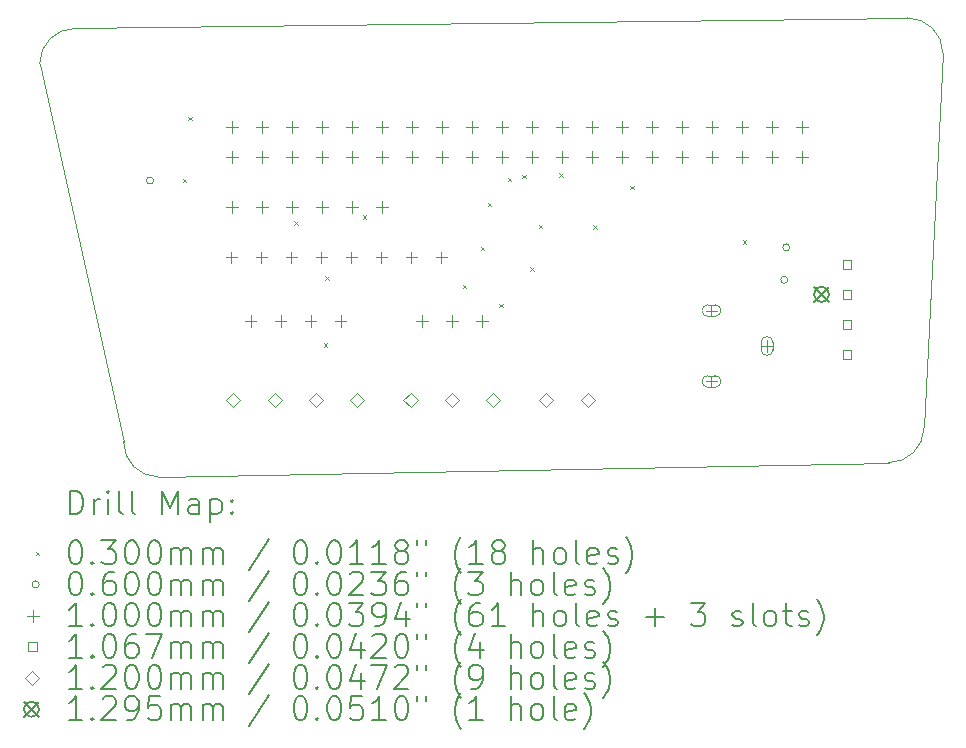
<source format=gbr>
%TF.GenerationSoftware,KiCad,Pcbnew,7.0.11-7.0.11~ubuntu22.04.1*%
%TF.CreationDate,2024-06-23T17:04:02+02:00*%
%TF.ProjectId,RaspiZeroHat_12v_v2.5c,52617370-695a-4657-926f-4861745f3132,rev?*%
%TF.SameCoordinates,Original*%
%TF.FileFunction,Drillmap*%
%TF.FilePolarity,Positive*%
%FSLAX45Y45*%
G04 Gerber Fmt 4.5, Leading zero omitted, Abs format (unit mm)*
G04 Created by KiCad (PCBNEW 7.0.11-7.0.11~ubuntu22.04.1) date 2024-06-23 17:04:02*
%MOMM*%
%LPD*%
G01*
G04 APERTURE LIST*
%ADD10C,0.100000*%
%ADD11C,0.200000*%
%ADD12C,0.106680*%
%ADD13C,0.120000*%
%ADD14C,0.129540*%
G04 APERTURE END LIST*
D10*
X16397868Y-10057868D02*
X10220000Y-10180000D01*
X16857868Y-6592132D02*
X16697868Y-9757868D01*
X9510000Y-6380000D02*
X16557868Y-6292132D01*
X9920000Y-9880000D02*
X9210000Y-6680000D01*
X9920000Y-9880000D02*
G75*
G03*
X10220000Y-10180000I300000J0D01*
G01*
X16397868Y-10057868D02*
G75*
G03*
X16697868Y-9757868I0J300000D01*
G01*
X16857868Y-6592132D02*
G75*
G03*
X16557868Y-6292132I-300000J0D01*
G01*
X9510000Y-6380000D02*
G75*
G03*
X9210000Y-6680000I0J-300000D01*
G01*
D11*
D10*
X10419560Y-7654820D02*
X10449560Y-7684820D01*
X10449560Y-7654820D02*
X10419560Y-7684820D01*
X10469310Y-7129000D02*
X10499310Y-7159000D01*
X10499310Y-7129000D02*
X10469310Y-7159000D01*
X11366020Y-8012300D02*
X11396020Y-8042300D01*
X11396020Y-8012300D02*
X11366020Y-8042300D01*
X11615000Y-9047420D02*
X11645000Y-9077420D01*
X11645000Y-9047420D02*
X11615000Y-9077420D01*
X11628190Y-8479720D02*
X11658190Y-8509720D01*
X11658190Y-8479720D02*
X11628190Y-8509720D01*
X11946120Y-7964860D02*
X11976120Y-7994860D01*
X11976120Y-7964860D02*
X11946120Y-7994860D01*
X12790520Y-8552970D02*
X12820520Y-8582970D01*
X12820520Y-8552970D02*
X12790520Y-8582970D01*
X12945000Y-8228360D02*
X12975000Y-8258360D01*
X12975000Y-8228360D02*
X12945000Y-8258360D01*
X13004230Y-7857630D02*
X13034230Y-7887630D01*
X13034230Y-7857630D02*
X13004230Y-7887630D01*
X13103090Y-8713400D02*
X13133090Y-8743400D01*
X13133090Y-8713400D02*
X13103090Y-8743400D01*
X13173700Y-7645350D02*
X13203700Y-7675350D01*
X13203700Y-7645350D02*
X13173700Y-7675350D01*
X13296030Y-7619510D02*
X13326030Y-7649510D01*
X13326030Y-7619510D02*
X13296030Y-7649510D01*
X13364000Y-8403880D02*
X13394000Y-8433880D01*
X13394000Y-8403880D02*
X13364000Y-8433880D01*
X13434640Y-8043140D02*
X13464640Y-8073140D01*
X13464640Y-8043140D02*
X13434640Y-8073140D01*
X13606690Y-7605710D02*
X13636690Y-7635710D01*
X13636690Y-7605710D02*
X13606690Y-7635710D01*
X13895270Y-8048930D02*
X13925270Y-8078930D01*
X13925270Y-8048930D02*
X13895270Y-8078930D01*
X14207720Y-7714190D02*
X14237720Y-7744190D01*
X14237720Y-7714190D02*
X14207720Y-7744190D01*
X15161480Y-8173990D02*
X15191480Y-8203990D01*
X15191480Y-8173990D02*
X15161480Y-8203990D01*
X10173690Y-7669820D02*
G75*
G03*
X10113690Y-7669820I-30000J0D01*
G01*
X10113690Y-7669820D02*
G75*
G03*
X10173690Y-7669820I30000J0D01*
G01*
X15544740Y-8509630D02*
G75*
G03*
X15484740Y-8509630I-30000J0D01*
G01*
X15484740Y-8509630D02*
G75*
G03*
X15544740Y-8509630I30000J0D01*
G01*
X15560630Y-8234820D02*
G75*
G03*
X15500630Y-8234820I-30000J0D01*
G01*
X15500630Y-8234820D02*
G75*
G03*
X15560630Y-8234820I30000J0D01*
G01*
X10834000Y-8270000D02*
X10834000Y-8370000D01*
X10784000Y-8320000D02*
X10884000Y-8320000D01*
X10837000Y-7166500D02*
X10837000Y-7266500D01*
X10787000Y-7216500D02*
X10887000Y-7216500D01*
X10837000Y-7420500D02*
X10837000Y-7520500D01*
X10787000Y-7470500D02*
X10887000Y-7470500D01*
X10837000Y-7840000D02*
X10837000Y-7940000D01*
X10787000Y-7890000D02*
X10887000Y-7890000D01*
X10995000Y-8810000D02*
X10995000Y-8910000D01*
X10945000Y-8860000D02*
X11045000Y-8860000D01*
X11088000Y-8270000D02*
X11088000Y-8370000D01*
X11038000Y-8320000D02*
X11138000Y-8320000D01*
X11091000Y-7166500D02*
X11091000Y-7266500D01*
X11041000Y-7216500D02*
X11141000Y-7216500D01*
X11091000Y-7420500D02*
X11091000Y-7520500D01*
X11041000Y-7470500D02*
X11141000Y-7470500D01*
X11091000Y-7840000D02*
X11091000Y-7940000D01*
X11041000Y-7890000D02*
X11141000Y-7890000D01*
X11249000Y-8810000D02*
X11249000Y-8910000D01*
X11199000Y-8860000D02*
X11299000Y-8860000D01*
X11342000Y-8270000D02*
X11342000Y-8370000D01*
X11292000Y-8320000D02*
X11392000Y-8320000D01*
X11345000Y-7166500D02*
X11345000Y-7266500D01*
X11295000Y-7216500D02*
X11395000Y-7216500D01*
X11345000Y-7420500D02*
X11345000Y-7520500D01*
X11295000Y-7470500D02*
X11395000Y-7470500D01*
X11345000Y-7840000D02*
X11345000Y-7940000D01*
X11295000Y-7890000D02*
X11395000Y-7890000D01*
X11503000Y-8810000D02*
X11503000Y-8910000D01*
X11453000Y-8860000D02*
X11553000Y-8860000D01*
X11596000Y-8270000D02*
X11596000Y-8370000D01*
X11546000Y-8320000D02*
X11646000Y-8320000D01*
X11599000Y-7166500D02*
X11599000Y-7266500D01*
X11549000Y-7216500D02*
X11649000Y-7216500D01*
X11599000Y-7420500D02*
X11599000Y-7520500D01*
X11549000Y-7470500D02*
X11649000Y-7470500D01*
X11599000Y-7840000D02*
X11599000Y-7940000D01*
X11549000Y-7890000D02*
X11649000Y-7890000D01*
X11757000Y-8810000D02*
X11757000Y-8910000D01*
X11707000Y-8860000D02*
X11807000Y-8860000D01*
X11850000Y-8270000D02*
X11850000Y-8370000D01*
X11800000Y-8320000D02*
X11900000Y-8320000D01*
X11853000Y-7166500D02*
X11853000Y-7266500D01*
X11803000Y-7216500D02*
X11903000Y-7216500D01*
X11853000Y-7420500D02*
X11853000Y-7520500D01*
X11803000Y-7470500D02*
X11903000Y-7470500D01*
X11853000Y-7840000D02*
X11853000Y-7940000D01*
X11803000Y-7890000D02*
X11903000Y-7890000D01*
X12104000Y-8270000D02*
X12104000Y-8370000D01*
X12054000Y-8320000D02*
X12154000Y-8320000D01*
X12107000Y-7166500D02*
X12107000Y-7266500D01*
X12057000Y-7216500D02*
X12157000Y-7216500D01*
X12107000Y-7420500D02*
X12107000Y-7520500D01*
X12057000Y-7470500D02*
X12157000Y-7470500D01*
X12107000Y-7840000D02*
X12107000Y-7940000D01*
X12057000Y-7890000D02*
X12157000Y-7890000D01*
X12358000Y-8270000D02*
X12358000Y-8370000D01*
X12308000Y-8320000D02*
X12408000Y-8320000D01*
X12361000Y-7166500D02*
X12361000Y-7266500D01*
X12311000Y-7216500D02*
X12411000Y-7216500D01*
X12361000Y-7420500D02*
X12361000Y-7520500D01*
X12311000Y-7470500D02*
X12411000Y-7470500D01*
X12447500Y-8810000D02*
X12447500Y-8910000D01*
X12397500Y-8860000D02*
X12497500Y-8860000D01*
X12612000Y-8270000D02*
X12612000Y-8370000D01*
X12562000Y-8320000D02*
X12662000Y-8320000D01*
X12615000Y-7166500D02*
X12615000Y-7266500D01*
X12565000Y-7216500D02*
X12665000Y-7216500D01*
X12615000Y-7420500D02*
X12615000Y-7520500D01*
X12565000Y-7470500D02*
X12665000Y-7470500D01*
X12701500Y-8810000D02*
X12701500Y-8910000D01*
X12651500Y-8860000D02*
X12751500Y-8860000D01*
X12869000Y-7166500D02*
X12869000Y-7266500D01*
X12819000Y-7216500D02*
X12919000Y-7216500D01*
X12869000Y-7420500D02*
X12869000Y-7520500D01*
X12819000Y-7470500D02*
X12919000Y-7470500D01*
X12955500Y-8810000D02*
X12955500Y-8910000D01*
X12905500Y-8860000D02*
X13005500Y-8860000D01*
X13123000Y-7166500D02*
X13123000Y-7266500D01*
X13073000Y-7216500D02*
X13173000Y-7216500D01*
X13123000Y-7420500D02*
X13123000Y-7520500D01*
X13073000Y-7470500D02*
X13173000Y-7470500D01*
X13377000Y-7166500D02*
X13377000Y-7266500D01*
X13327000Y-7216500D02*
X13427000Y-7216500D01*
X13377000Y-7420500D02*
X13377000Y-7520500D01*
X13327000Y-7470500D02*
X13427000Y-7470500D01*
X13631000Y-7166500D02*
X13631000Y-7266500D01*
X13581000Y-7216500D02*
X13681000Y-7216500D01*
X13631000Y-7420500D02*
X13631000Y-7520500D01*
X13581000Y-7470500D02*
X13681000Y-7470500D01*
X13885000Y-7166500D02*
X13885000Y-7266500D01*
X13835000Y-7216500D02*
X13935000Y-7216500D01*
X13885000Y-7420500D02*
X13885000Y-7520500D01*
X13835000Y-7470500D02*
X13935000Y-7470500D01*
X14139000Y-7166500D02*
X14139000Y-7266500D01*
X14089000Y-7216500D02*
X14189000Y-7216500D01*
X14139000Y-7420500D02*
X14139000Y-7520500D01*
X14089000Y-7470500D02*
X14189000Y-7470500D01*
X14393000Y-7166500D02*
X14393000Y-7266500D01*
X14343000Y-7216500D02*
X14443000Y-7216500D01*
X14393000Y-7420500D02*
X14393000Y-7520500D01*
X14343000Y-7470500D02*
X14443000Y-7470500D01*
X14647000Y-7166500D02*
X14647000Y-7266500D01*
X14597000Y-7216500D02*
X14697000Y-7216500D01*
X14647000Y-7420500D02*
X14647000Y-7520500D01*
X14597000Y-7470500D02*
X14697000Y-7470500D01*
X14897500Y-8720000D02*
X14897500Y-8820000D01*
X14847500Y-8770000D02*
X14947500Y-8770000D01*
X14927500Y-8720000D02*
X14867500Y-8720000D01*
X14867500Y-8720000D02*
G75*
G03*
X14867500Y-8820000I0J-50000D01*
G01*
X14867500Y-8820000D02*
X14927500Y-8820000D01*
X14927500Y-8820000D02*
G75*
G03*
X14927500Y-8720000I0J50000D01*
G01*
X14897500Y-9320000D02*
X14897500Y-9420000D01*
X14847500Y-9370000D02*
X14947500Y-9370000D01*
X14927500Y-9320000D02*
X14867500Y-9320000D01*
X14867500Y-9320000D02*
G75*
G03*
X14867500Y-9420000I0J-50000D01*
G01*
X14867500Y-9420000D02*
X14927500Y-9420000D01*
X14927500Y-9420000D02*
G75*
G03*
X14927500Y-9320000I0J50000D01*
G01*
X14901000Y-7166500D02*
X14901000Y-7266500D01*
X14851000Y-7216500D02*
X14951000Y-7216500D01*
X14901000Y-7420500D02*
X14901000Y-7520500D01*
X14851000Y-7470500D02*
X14951000Y-7470500D01*
X15155000Y-7166500D02*
X15155000Y-7266500D01*
X15105000Y-7216500D02*
X15205000Y-7216500D01*
X15155000Y-7420500D02*
X15155000Y-7520500D01*
X15105000Y-7470500D02*
X15205000Y-7470500D01*
X15367500Y-9020000D02*
X15367500Y-9120000D01*
X15317500Y-9070000D02*
X15417500Y-9070000D01*
X15317500Y-9040000D02*
X15317500Y-9100000D01*
X15317500Y-9100000D02*
G75*
G03*
X15417500Y-9100000I50000J0D01*
G01*
X15417500Y-9100000D02*
X15417500Y-9040000D01*
X15417500Y-9040000D02*
G75*
G03*
X15317500Y-9040000I-50000J0D01*
G01*
X15409000Y-7166500D02*
X15409000Y-7266500D01*
X15359000Y-7216500D02*
X15459000Y-7216500D01*
X15409000Y-7420500D02*
X15409000Y-7520500D01*
X15359000Y-7470500D02*
X15459000Y-7470500D01*
X15663000Y-7166500D02*
X15663000Y-7266500D01*
X15613000Y-7216500D02*
X15713000Y-7216500D01*
X15663000Y-7420500D02*
X15663000Y-7520500D01*
X15613000Y-7470500D02*
X15713000Y-7470500D01*
D12*
X16083007Y-8416227D02*
X16083007Y-8340793D01*
X16007573Y-8340793D01*
X16007573Y-8416227D01*
X16083007Y-8416227D01*
X16083007Y-8670227D02*
X16083007Y-8594793D01*
X16007573Y-8594793D01*
X16007573Y-8670227D01*
X16083007Y-8670227D01*
X16083007Y-8924227D02*
X16083007Y-8848793D01*
X16007573Y-8848793D01*
X16007573Y-8924227D01*
X16083007Y-8924227D01*
X16083007Y-9178227D02*
X16083007Y-9102793D01*
X16007573Y-9102793D01*
X16007573Y-9178227D01*
X16083007Y-9178227D01*
D13*
X10850000Y-9590000D02*
X10910000Y-9530000D01*
X10850000Y-9470000D01*
X10790000Y-9530000D01*
X10850000Y-9590000D01*
X11200000Y-9590000D02*
X11260000Y-9530000D01*
X11200000Y-9470000D01*
X11140000Y-9530000D01*
X11200000Y-9590000D01*
X11550000Y-9590000D02*
X11610000Y-9530000D01*
X11550000Y-9470000D01*
X11490000Y-9530000D01*
X11550000Y-9590000D01*
X11900000Y-9590000D02*
X11960000Y-9530000D01*
X11900000Y-9470000D01*
X11840000Y-9530000D01*
X11900000Y-9590000D01*
X12350000Y-9590000D02*
X12410000Y-9530000D01*
X12350000Y-9470000D01*
X12290000Y-9530000D01*
X12350000Y-9590000D01*
X12700000Y-9590000D02*
X12760000Y-9530000D01*
X12700000Y-9470000D01*
X12640000Y-9530000D01*
X12700000Y-9590000D01*
X13050000Y-9590000D02*
X13110000Y-9530000D01*
X13050000Y-9470000D01*
X12990000Y-9530000D01*
X13050000Y-9590000D01*
X13500000Y-9590000D02*
X13560000Y-9530000D01*
X13500000Y-9470000D01*
X13440000Y-9530000D01*
X13500000Y-9590000D01*
X13850000Y-9590000D02*
X13910000Y-9530000D01*
X13850000Y-9470000D01*
X13790000Y-9530000D01*
X13850000Y-9590000D01*
D14*
X15764520Y-8567740D02*
X15894060Y-8697280D01*
X15894060Y-8567740D02*
X15764520Y-8697280D01*
X15894060Y-8632510D02*
G75*
G03*
X15764520Y-8632510I-64770J0D01*
G01*
X15764520Y-8632510D02*
G75*
G03*
X15894060Y-8632510I64770J0D01*
G01*
D11*
X9465777Y-10496484D02*
X9465777Y-10296484D01*
X9465777Y-10296484D02*
X9513396Y-10296484D01*
X9513396Y-10296484D02*
X9541967Y-10306008D01*
X9541967Y-10306008D02*
X9561015Y-10325055D01*
X9561015Y-10325055D02*
X9570539Y-10344103D01*
X9570539Y-10344103D02*
X9580063Y-10382198D01*
X9580063Y-10382198D02*
X9580063Y-10410770D01*
X9580063Y-10410770D02*
X9570539Y-10448865D01*
X9570539Y-10448865D02*
X9561015Y-10467912D01*
X9561015Y-10467912D02*
X9541967Y-10486960D01*
X9541967Y-10486960D02*
X9513396Y-10496484D01*
X9513396Y-10496484D02*
X9465777Y-10496484D01*
X9665777Y-10496484D02*
X9665777Y-10363150D01*
X9665777Y-10401246D02*
X9675301Y-10382198D01*
X9675301Y-10382198D02*
X9684824Y-10372674D01*
X9684824Y-10372674D02*
X9703872Y-10363150D01*
X9703872Y-10363150D02*
X9722920Y-10363150D01*
X9789586Y-10496484D02*
X9789586Y-10363150D01*
X9789586Y-10296484D02*
X9780063Y-10306008D01*
X9780063Y-10306008D02*
X9789586Y-10315531D01*
X9789586Y-10315531D02*
X9799110Y-10306008D01*
X9799110Y-10306008D02*
X9789586Y-10296484D01*
X9789586Y-10296484D02*
X9789586Y-10315531D01*
X9913396Y-10496484D02*
X9894348Y-10486960D01*
X9894348Y-10486960D02*
X9884824Y-10467912D01*
X9884824Y-10467912D02*
X9884824Y-10296484D01*
X10018158Y-10496484D02*
X9999110Y-10486960D01*
X9999110Y-10486960D02*
X9989586Y-10467912D01*
X9989586Y-10467912D02*
X9989586Y-10296484D01*
X10246729Y-10496484D02*
X10246729Y-10296484D01*
X10246729Y-10296484D02*
X10313396Y-10439341D01*
X10313396Y-10439341D02*
X10380063Y-10296484D01*
X10380063Y-10296484D02*
X10380063Y-10496484D01*
X10561015Y-10496484D02*
X10561015Y-10391722D01*
X10561015Y-10391722D02*
X10551491Y-10372674D01*
X10551491Y-10372674D02*
X10532444Y-10363150D01*
X10532444Y-10363150D02*
X10494348Y-10363150D01*
X10494348Y-10363150D02*
X10475301Y-10372674D01*
X10561015Y-10486960D02*
X10541967Y-10496484D01*
X10541967Y-10496484D02*
X10494348Y-10496484D01*
X10494348Y-10496484D02*
X10475301Y-10486960D01*
X10475301Y-10486960D02*
X10465777Y-10467912D01*
X10465777Y-10467912D02*
X10465777Y-10448865D01*
X10465777Y-10448865D02*
X10475301Y-10429817D01*
X10475301Y-10429817D02*
X10494348Y-10420293D01*
X10494348Y-10420293D02*
X10541967Y-10420293D01*
X10541967Y-10420293D02*
X10561015Y-10410770D01*
X10656253Y-10363150D02*
X10656253Y-10563150D01*
X10656253Y-10372674D02*
X10675301Y-10363150D01*
X10675301Y-10363150D02*
X10713396Y-10363150D01*
X10713396Y-10363150D02*
X10732444Y-10372674D01*
X10732444Y-10372674D02*
X10741967Y-10382198D01*
X10741967Y-10382198D02*
X10751491Y-10401246D01*
X10751491Y-10401246D02*
X10751491Y-10458389D01*
X10751491Y-10458389D02*
X10741967Y-10477436D01*
X10741967Y-10477436D02*
X10732444Y-10486960D01*
X10732444Y-10486960D02*
X10713396Y-10496484D01*
X10713396Y-10496484D02*
X10675301Y-10496484D01*
X10675301Y-10496484D02*
X10656253Y-10486960D01*
X10837205Y-10477436D02*
X10846729Y-10486960D01*
X10846729Y-10486960D02*
X10837205Y-10496484D01*
X10837205Y-10496484D02*
X10827682Y-10486960D01*
X10827682Y-10486960D02*
X10837205Y-10477436D01*
X10837205Y-10477436D02*
X10837205Y-10496484D01*
X10837205Y-10372674D02*
X10846729Y-10382198D01*
X10846729Y-10382198D02*
X10837205Y-10391722D01*
X10837205Y-10391722D02*
X10827682Y-10382198D01*
X10827682Y-10382198D02*
X10837205Y-10372674D01*
X10837205Y-10372674D02*
X10837205Y-10391722D01*
D10*
X9175000Y-10810000D02*
X9205000Y-10840000D01*
X9205000Y-10810000D02*
X9175000Y-10840000D01*
D11*
X9503872Y-10716484D02*
X9522920Y-10716484D01*
X9522920Y-10716484D02*
X9541967Y-10726008D01*
X9541967Y-10726008D02*
X9551491Y-10735531D01*
X9551491Y-10735531D02*
X9561015Y-10754579D01*
X9561015Y-10754579D02*
X9570539Y-10792674D01*
X9570539Y-10792674D02*
X9570539Y-10840293D01*
X9570539Y-10840293D02*
X9561015Y-10878389D01*
X9561015Y-10878389D02*
X9551491Y-10897436D01*
X9551491Y-10897436D02*
X9541967Y-10906960D01*
X9541967Y-10906960D02*
X9522920Y-10916484D01*
X9522920Y-10916484D02*
X9503872Y-10916484D01*
X9503872Y-10916484D02*
X9484824Y-10906960D01*
X9484824Y-10906960D02*
X9475301Y-10897436D01*
X9475301Y-10897436D02*
X9465777Y-10878389D01*
X9465777Y-10878389D02*
X9456253Y-10840293D01*
X9456253Y-10840293D02*
X9456253Y-10792674D01*
X9456253Y-10792674D02*
X9465777Y-10754579D01*
X9465777Y-10754579D02*
X9475301Y-10735531D01*
X9475301Y-10735531D02*
X9484824Y-10726008D01*
X9484824Y-10726008D02*
X9503872Y-10716484D01*
X9656253Y-10897436D02*
X9665777Y-10906960D01*
X9665777Y-10906960D02*
X9656253Y-10916484D01*
X9656253Y-10916484D02*
X9646729Y-10906960D01*
X9646729Y-10906960D02*
X9656253Y-10897436D01*
X9656253Y-10897436D02*
X9656253Y-10916484D01*
X9732444Y-10716484D02*
X9856253Y-10716484D01*
X9856253Y-10716484D02*
X9789586Y-10792674D01*
X9789586Y-10792674D02*
X9818158Y-10792674D01*
X9818158Y-10792674D02*
X9837205Y-10802198D01*
X9837205Y-10802198D02*
X9846729Y-10811722D01*
X9846729Y-10811722D02*
X9856253Y-10830770D01*
X9856253Y-10830770D02*
X9856253Y-10878389D01*
X9856253Y-10878389D02*
X9846729Y-10897436D01*
X9846729Y-10897436D02*
X9837205Y-10906960D01*
X9837205Y-10906960D02*
X9818158Y-10916484D01*
X9818158Y-10916484D02*
X9761015Y-10916484D01*
X9761015Y-10916484D02*
X9741967Y-10906960D01*
X9741967Y-10906960D02*
X9732444Y-10897436D01*
X9980063Y-10716484D02*
X9999110Y-10716484D01*
X9999110Y-10716484D02*
X10018158Y-10726008D01*
X10018158Y-10726008D02*
X10027682Y-10735531D01*
X10027682Y-10735531D02*
X10037205Y-10754579D01*
X10037205Y-10754579D02*
X10046729Y-10792674D01*
X10046729Y-10792674D02*
X10046729Y-10840293D01*
X10046729Y-10840293D02*
X10037205Y-10878389D01*
X10037205Y-10878389D02*
X10027682Y-10897436D01*
X10027682Y-10897436D02*
X10018158Y-10906960D01*
X10018158Y-10906960D02*
X9999110Y-10916484D01*
X9999110Y-10916484D02*
X9980063Y-10916484D01*
X9980063Y-10916484D02*
X9961015Y-10906960D01*
X9961015Y-10906960D02*
X9951491Y-10897436D01*
X9951491Y-10897436D02*
X9941967Y-10878389D01*
X9941967Y-10878389D02*
X9932444Y-10840293D01*
X9932444Y-10840293D02*
X9932444Y-10792674D01*
X9932444Y-10792674D02*
X9941967Y-10754579D01*
X9941967Y-10754579D02*
X9951491Y-10735531D01*
X9951491Y-10735531D02*
X9961015Y-10726008D01*
X9961015Y-10726008D02*
X9980063Y-10716484D01*
X10170539Y-10716484D02*
X10189586Y-10716484D01*
X10189586Y-10716484D02*
X10208634Y-10726008D01*
X10208634Y-10726008D02*
X10218158Y-10735531D01*
X10218158Y-10735531D02*
X10227682Y-10754579D01*
X10227682Y-10754579D02*
X10237205Y-10792674D01*
X10237205Y-10792674D02*
X10237205Y-10840293D01*
X10237205Y-10840293D02*
X10227682Y-10878389D01*
X10227682Y-10878389D02*
X10218158Y-10897436D01*
X10218158Y-10897436D02*
X10208634Y-10906960D01*
X10208634Y-10906960D02*
X10189586Y-10916484D01*
X10189586Y-10916484D02*
X10170539Y-10916484D01*
X10170539Y-10916484D02*
X10151491Y-10906960D01*
X10151491Y-10906960D02*
X10141967Y-10897436D01*
X10141967Y-10897436D02*
X10132444Y-10878389D01*
X10132444Y-10878389D02*
X10122920Y-10840293D01*
X10122920Y-10840293D02*
X10122920Y-10792674D01*
X10122920Y-10792674D02*
X10132444Y-10754579D01*
X10132444Y-10754579D02*
X10141967Y-10735531D01*
X10141967Y-10735531D02*
X10151491Y-10726008D01*
X10151491Y-10726008D02*
X10170539Y-10716484D01*
X10322920Y-10916484D02*
X10322920Y-10783150D01*
X10322920Y-10802198D02*
X10332444Y-10792674D01*
X10332444Y-10792674D02*
X10351491Y-10783150D01*
X10351491Y-10783150D02*
X10380063Y-10783150D01*
X10380063Y-10783150D02*
X10399110Y-10792674D01*
X10399110Y-10792674D02*
X10408634Y-10811722D01*
X10408634Y-10811722D02*
X10408634Y-10916484D01*
X10408634Y-10811722D02*
X10418158Y-10792674D01*
X10418158Y-10792674D02*
X10437205Y-10783150D01*
X10437205Y-10783150D02*
X10465777Y-10783150D01*
X10465777Y-10783150D02*
X10484825Y-10792674D01*
X10484825Y-10792674D02*
X10494348Y-10811722D01*
X10494348Y-10811722D02*
X10494348Y-10916484D01*
X10589586Y-10916484D02*
X10589586Y-10783150D01*
X10589586Y-10802198D02*
X10599110Y-10792674D01*
X10599110Y-10792674D02*
X10618158Y-10783150D01*
X10618158Y-10783150D02*
X10646729Y-10783150D01*
X10646729Y-10783150D02*
X10665777Y-10792674D01*
X10665777Y-10792674D02*
X10675301Y-10811722D01*
X10675301Y-10811722D02*
X10675301Y-10916484D01*
X10675301Y-10811722D02*
X10684825Y-10792674D01*
X10684825Y-10792674D02*
X10703872Y-10783150D01*
X10703872Y-10783150D02*
X10732444Y-10783150D01*
X10732444Y-10783150D02*
X10751491Y-10792674D01*
X10751491Y-10792674D02*
X10761015Y-10811722D01*
X10761015Y-10811722D02*
X10761015Y-10916484D01*
X11151491Y-10706960D02*
X10980063Y-10964103D01*
X11408634Y-10716484D02*
X11427682Y-10716484D01*
X11427682Y-10716484D02*
X11446729Y-10726008D01*
X11446729Y-10726008D02*
X11456253Y-10735531D01*
X11456253Y-10735531D02*
X11465777Y-10754579D01*
X11465777Y-10754579D02*
X11475301Y-10792674D01*
X11475301Y-10792674D02*
X11475301Y-10840293D01*
X11475301Y-10840293D02*
X11465777Y-10878389D01*
X11465777Y-10878389D02*
X11456253Y-10897436D01*
X11456253Y-10897436D02*
X11446729Y-10906960D01*
X11446729Y-10906960D02*
X11427682Y-10916484D01*
X11427682Y-10916484D02*
X11408634Y-10916484D01*
X11408634Y-10916484D02*
X11389586Y-10906960D01*
X11389586Y-10906960D02*
X11380063Y-10897436D01*
X11380063Y-10897436D02*
X11370539Y-10878389D01*
X11370539Y-10878389D02*
X11361015Y-10840293D01*
X11361015Y-10840293D02*
X11361015Y-10792674D01*
X11361015Y-10792674D02*
X11370539Y-10754579D01*
X11370539Y-10754579D02*
X11380063Y-10735531D01*
X11380063Y-10735531D02*
X11389586Y-10726008D01*
X11389586Y-10726008D02*
X11408634Y-10716484D01*
X11561015Y-10897436D02*
X11570539Y-10906960D01*
X11570539Y-10906960D02*
X11561015Y-10916484D01*
X11561015Y-10916484D02*
X11551491Y-10906960D01*
X11551491Y-10906960D02*
X11561015Y-10897436D01*
X11561015Y-10897436D02*
X11561015Y-10916484D01*
X11694348Y-10716484D02*
X11713396Y-10716484D01*
X11713396Y-10716484D02*
X11732444Y-10726008D01*
X11732444Y-10726008D02*
X11741967Y-10735531D01*
X11741967Y-10735531D02*
X11751491Y-10754579D01*
X11751491Y-10754579D02*
X11761015Y-10792674D01*
X11761015Y-10792674D02*
X11761015Y-10840293D01*
X11761015Y-10840293D02*
X11751491Y-10878389D01*
X11751491Y-10878389D02*
X11741967Y-10897436D01*
X11741967Y-10897436D02*
X11732444Y-10906960D01*
X11732444Y-10906960D02*
X11713396Y-10916484D01*
X11713396Y-10916484D02*
X11694348Y-10916484D01*
X11694348Y-10916484D02*
X11675301Y-10906960D01*
X11675301Y-10906960D02*
X11665777Y-10897436D01*
X11665777Y-10897436D02*
X11656253Y-10878389D01*
X11656253Y-10878389D02*
X11646729Y-10840293D01*
X11646729Y-10840293D02*
X11646729Y-10792674D01*
X11646729Y-10792674D02*
X11656253Y-10754579D01*
X11656253Y-10754579D02*
X11665777Y-10735531D01*
X11665777Y-10735531D02*
X11675301Y-10726008D01*
X11675301Y-10726008D02*
X11694348Y-10716484D01*
X11951491Y-10916484D02*
X11837206Y-10916484D01*
X11894348Y-10916484D02*
X11894348Y-10716484D01*
X11894348Y-10716484D02*
X11875301Y-10745055D01*
X11875301Y-10745055D02*
X11856253Y-10764103D01*
X11856253Y-10764103D02*
X11837206Y-10773627D01*
X12141967Y-10916484D02*
X12027682Y-10916484D01*
X12084825Y-10916484D02*
X12084825Y-10716484D01*
X12084825Y-10716484D02*
X12065777Y-10745055D01*
X12065777Y-10745055D02*
X12046729Y-10764103D01*
X12046729Y-10764103D02*
X12027682Y-10773627D01*
X12256253Y-10802198D02*
X12237206Y-10792674D01*
X12237206Y-10792674D02*
X12227682Y-10783150D01*
X12227682Y-10783150D02*
X12218158Y-10764103D01*
X12218158Y-10764103D02*
X12218158Y-10754579D01*
X12218158Y-10754579D02*
X12227682Y-10735531D01*
X12227682Y-10735531D02*
X12237206Y-10726008D01*
X12237206Y-10726008D02*
X12256253Y-10716484D01*
X12256253Y-10716484D02*
X12294348Y-10716484D01*
X12294348Y-10716484D02*
X12313396Y-10726008D01*
X12313396Y-10726008D02*
X12322920Y-10735531D01*
X12322920Y-10735531D02*
X12332444Y-10754579D01*
X12332444Y-10754579D02*
X12332444Y-10764103D01*
X12332444Y-10764103D02*
X12322920Y-10783150D01*
X12322920Y-10783150D02*
X12313396Y-10792674D01*
X12313396Y-10792674D02*
X12294348Y-10802198D01*
X12294348Y-10802198D02*
X12256253Y-10802198D01*
X12256253Y-10802198D02*
X12237206Y-10811722D01*
X12237206Y-10811722D02*
X12227682Y-10821246D01*
X12227682Y-10821246D02*
X12218158Y-10840293D01*
X12218158Y-10840293D02*
X12218158Y-10878389D01*
X12218158Y-10878389D02*
X12227682Y-10897436D01*
X12227682Y-10897436D02*
X12237206Y-10906960D01*
X12237206Y-10906960D02*
X12256253Y-10916484D01*
X12256253Y-10916484D02*
X12294348Y-10916484D01*
X12294348Y-10916484D02*
X12313396Y-10906960D01*
X12313396Y-10906960D02*
X12322920Y-10897436D01*
X12322920Y-10897436D02*
X12332444Y-10878389D01*
X12332444Y-10878389D02*
X12332444Y-10840293D01*
X12332444Y-10840293D02*
X12322920Y-10821246D01*
X12322920Y-10821246D02*
X12313396Y-10811722D01*
X12313396Y-10811722D02*
X12294348Y-10802198D01*
X12408634Y-10716484D02*
X12408634Y-10754579D01*
X12484825Y-10716484D02*
X12484825Y-10754579D01*
X12780063Y-10992674D02*
X12770539Y-10983150D01*
X12770539Y-10983150D02*
X12751491Y-10954579D01*
X12751491Y-10954579D02*
X12741968Y-10935531D01*
X12741968Y-10935531D02*
X12732444Y-10906960D01*
X12732444Y-10906960D02*
X12722920Y-10859341D01*
X12722920Y-10859341D02*
X12722920Y-10821246D01*
X12722920Y-10821246D02*
X12732444Y-10773627D01*
X12732444Y-10773627D02*
X12741968Y-10745055D01*
X12741968Y-10745055D02*
X12751491Y-10726008D01*
X12751491Y-10726008D02*
X12770539Y-10697436D01*
X12770539Y-10697436D02*
X12780063Y-10687912D01*
X12961015Y-10916484D02*
X12846729Y-10916484D01*
X12903872Y-10916484D02*
X12903872Y-10716484D01*
X12903872Y-10716484D02*
X12884825Y-10745055D01*
X12884825Y-10745055D02*
X12865777Y-10764103D01*
X12865777Y-10764103D02*
X12846729Y-10773627D01*
X13075301Y-10802198D02*
X13056253Y-10792674D01*
X13056253Y-10792674D02*
X13046729Y-10783150D01*
X13046729Y-10783150D02*
X13037206Y-10764103D01*
X13037206Y-10764103D02*
X13037206Y-10754579D01*
X13037206Y-10754579D02*
X13046729Y-10735531D01*
X13046729Y-10735531D02*
X13056253Y-10726008D01*
X13056253Y-10726008D02*
X13075301Y-10716484D01*
X13075301Y-10716484D02*
X13113396Y-10716484D01*
X13113396Y-10716484D02*
X13132444Y-10726008D01*
X13132444Y-10726008D02*
X13141968Y-10735531D01*
X13141968Y-10735531D02*
X13151491Y-10754579D01*
X13151491Y-10754579D02*
X13151491Y-10764103D01*
X13151491Y-10764103D02*
X13141968Y-10783150D01*
X13141968Y-10783150D02*
X13132444Y-10792674D01*
X13132444Y-10792674D02*
X13113396Y-10802198D01*
X13113396Y-10802198D02*
X13075301Y-10802198D01*
X13075301Y-10802198D02*
X13056253Y-10811722D01*
X13056253Y-10811722D02*
X13046729Y-10821246D01*
X13046729Y-10821246D02*
X13037206Y-10840293D01*
X13037206Y-10840293D02*
X13037206Y-10878389D01*
X13037206Y-10878389D02*
X13046729Y-10897436D01*
X13046729Y-10897436D02*
X13056253Y-10906960D01*
X13056253Y-10906960D02*
X13075301Y-10916484D01*
X13075301Y-10916484D02*
X13113396Y-10916484D01*
X13113396Y-10916484D02*
X13132444Y-10906960D01*
X13132444Y-10906960D02*
X13141968Y-10897436D01*
X13141968Y-10897436D02*
X13151491Y-10878389D01*
X13151491Y-10878389D02*
X13151491Y-10840293D01*
X13151491Y-10840293D02*
X13141968Y-10821246D01*
X13141968Y-10821246D02*
X13132444Y-10811722D01*
X13132444Y-10811722D02*
X13113396Y-10802198D01*
X13389587Y-10916484D02*
X13389587Y-10716484D01*
X13475301Y-10916484D02*
X13475301Y-10811722D01*
X13475301Y-10811722D02*
X13465777Y-10792674D01*
X13465777Y-10792674D02*
X13446730Y-10783150D01*
X13446730Y-10783150D02*
X13418158Y-10783150D01*
X13418158Y-10783150D02*
X13399110Y-10792674D01*
X13399110Y-10792674D02*
X13389587Y-10802198D01*
X13599110Y-10916484D02*
X13580063Y-10906960D01*
X13580063Y-10906960D02*
X13570539Y-10897436D01*
X13570539Y-10897436D02*
X13561015Y-10878389D01*
X13561015Y-10878389D02*
X13561015Y-10821246D01*
X13561015Y-10821246D02*
X13570539Y-10802198D01*
X13570539Y-10802198D02*
X13580063Y-10792674D01*
X13580063Y-10792674D02*
X13599110Y-10783150D01*
X13599110Y-10783150D02*
X13627682Y-10783150D01*
X13627682Y-10783150D02*
X13646730Y-10792674D01*
X13646730Y-10792674D02*
X13656253Y-10802198D01*
X13656253Y-10802198D02*
X13665777Y-10821246D01*
X13665777Y-10821246D02*
X13665777Y-10878389D01*
X13665777Y-10878389D02*
X13656253Y-10897436D01*
X13656253Y-10897436D02*
X13646730Y-10906960D01*
X13646730Y-10906960D02*
X13627682Y-10916484D01*
X13627682Y-10916484D02*
X13599110Y-10916484D01*
X13780063Y-10916484D02*
X13761015Y-10906960D01*
X13761015Y-10906960D02*
X13751491Y-10887912D01*
X13751491Y-10887912D02*
X13751491Y-10716484D01*
X13932444Y-10906960D02*
X13913396Y-10916484D01*
X13913396Y-10916484D02*
X13875301Y-10916484D01*
X13875301Y-10916484D02*
X13856253Y-10906960D01*
X13856253Y-10906960D02*
X13846730Y-10887912D01*
X13846730Y-10887912D02*
X13846730Y-10811722D01*
X13846730Y-10811722D02*
X13856253Y-10792674D01*
X13856253Y-10792674D02*
X13875301Y-10783150D01*
X13875301Y-10783150D02*
X13913396Y-10783150D01*
X13913396Y-10783150D02*
X13932444Y-10792674D01*
X13932444Y-10792674D02*
X13941968Y-10811722D01*
X13941968Y-10811722D02*
X13941968Y-10830770D01*
X13941968Y-10830770D02*
X13846730Y-10849817D01*
X14018158Y-10906960D02*
X14037206Y-10916484D01*
X14037206Y-10916484D02*
X14075301Y-10916484D01*
X14075301Y-10916484D02*
X14094349Y-10906960D01*
X14094349Y-10906960D02*
X14103872Y-10887912D01*
X14103872Y-10887912D02*
X14103872Y-10878389D01*
X14103872Y-10878389D02*
X14094349Y-10859341D01*
X14094349Y-10859341D02*
X14075301Y-10849817D01*
X14075301Y-10849817D02*
X14046730Y-10849817D01*
X14046730Y-10849817D02*
X14027682Y-10840293D01*
X14027682Y-10840293D02*
X14018158Y-10821246D01*
X14018158Y-10821246D02*
X14018158Y-10811722D01*
X14018158Y-10811722D02*
X14027682Y-10792674D01*
X14027682Y-10792674D02*
X14046730Y-10783150D01*
X14046730Y-10783150D02*
X14075301Y-10783150D01*
X14075301Y-10783150D02*
X14094349Y-10792674D01*
X14170539Y-10992674D02*
X14180063Y-10983150D01*
X14180063Y-10983150D02*
X14199111Y-10954579D01*
X14199111Y-10954579D02*
X14208634Y-10935531D01*
X14208634Y-10935531D02*
X14218158Y-10906960D01*
X14218158Y-10906960D02*
X14227682Y-10859341D01*
X14227682Y-10859341D02*
X14227682Y-10821246D01*
X14227682Y-10821246D02*
X14218158Y-10773627D01*
X14218158Y-10773627D02*
X14208634Y-10745055D01*
X14208634Y-10745055D02*
X14199111Y-10726008D01*
X14199111Y-10726008D02*
X14180063Y-10697436D01*
X14180063Y-10697436D02*
X14170539Y-10687912D01*
D10*
X9205000Y-11089000D02*
G75*
G03*
X9145000Y-11089000I-30000J0D01*
G01*
X9145000Y-11089000D02*
G75*
G03*
X9205000Y-11089000I30000J0D01*
G01*
D11*
X9503872Y-10980484D02*
X9522920Y-10980484D01*
X9522920Y-10980484D02*
X9541967Y-10990008D01*
X9541967Y-10990008D02*
X9551491Y-10999531D01*
X9551491Y-10999531D02*
X9561015Y-11018579D01*
X9561015Y-11018579D02*
X9570539Y-11056674D01*
X9570539Y-11056674D02*
X9570539Y-11104293D01*
X9570539Y-11104293D02*
X9561015Y-11142389D01*
X9561015Y-11142389D02*
X9551491Y-11161436D01*
X9551491Y-11161436D02*
X9541967Y-11170960D01*
X9541967Y-11170960D02*
X9522920Y-11180484D01*
X9522920Y-11180484D02*
X9503872Y-11180484D01*
X9503872Y-11180484D02*
X9484824Y-11170960D01*
X9484824Y-11170960D02*
X9475301Y-11161436D01*
X9475301Y-11161436D02*
X9465777Y-11142389D01*
X9465777Y-11142389D02*
X9456253Y-11104293D01*
X9456253Y-11104293D02*
X9456253Y-11056674D01*
X9456253Y-11056674D02*
X9465777Y-11018579D01*
X9465777Y-11018579D02*
X9475301Y-10999531D01*
X9475301Y-10999531D02*
X9484824Y-10990008D01*
X9484824Y-10990008D02*
X9503872Y-10980484D01*
X9656253Y-11161436D02*
X9665777Y-11170960D01*
X9665777Y-11170960D02*
X9656253Y-11180484D01*
X9656253Y-11180484D02*
X9646729Y-11170960D01*
X9646729Y-11170960D02*
X9656253Y-11161436D01*
X9656253Y-11161436D02*
X9656253Y-11180484D01*
X9837205Y-10980484D02*
X9799110Y-10980484D01*
X9799110Y-10980484D02*
X9780063Y-10990008D01*
X9780063Y-10990008D02*
X9770539Y-10999531D01*
X9770539Y-10999531D02*
X9751491Y-11028103D01*
X9751491Y-11028103D02*
X9741967Y-11066198D01*
X9741967Y-11066198D02*
X9741967Y-11142389D01*
X9741967Y-11142389D02*
X9751491Y-11161436D01*
X9751491Y-11161436D02*
X9761015Y-11170960D01*
X9761015Y-11170960D02*
X9780063Y-11180484D01*
X9780063Y-11180484D02*
X9818158Y-11180484D01*
X9818158Y-11180484D02*
X9837205Y-11170960D01*
X9837205Y-11170960D02*
X9846729Y-11161436D01*
X9846729Y-11161436D02*
X9856253Y-11142389D01*
X9856253Y-11142389D02*
X9856253Y-11094770D01*
X9856253Y-11094770D02*
X9846729Y-11075722D01*
X9846729Y-11075722D02*
X9837205Y-11066198D01*
X9837205Y-11066198D02*
X9818158Y-11056674D01*
X9818158Y-11056674D02*
X9780063Y-11056674D01*
X9780063Y-11056674D02*
X9761015Y-11066198D01*
X9761015Y-11066198D02*
X9751491Y-11075722D01*
X9751491Y-11075722D02*
X9741967Y-11094770D01*
X9980063Y-10980484D02*
X9999110Y-10980484D01*
X9999110Y-10980484D02*
X10018158Y-10990008D01*
X10018158Y-10990008D02*
X10027682Y-10999531D01*
X10027682Y-10999531D02*
X10037205Y-11018579D01*
X10037205Y-11018579D02*
X10046729Y-11056674D01*
X10046729Y-11056674D02*
X10046729Y-11104293D01*
X10046729Y-11104293D02*
X10037205Y-11142389D01*
X10037205Y-11142389D02*
X10027682Y-11161436D01*
X10027682Y-11161436D02*
X10018158Y-11170960D01*
X10018158Y-11170960D02*
X9999110Y-11180484D01*
X9999110Y-11180484D02*
X9980063Y-11180484D01*
X9980063Y-11180484D02*
X9961015Y-11170960D01*
X9961015Y-11170960D02*
X9951491Y-11161436D01*
X9951491Y-11161436D02*
X9941967Y-11142389D01*
X9941967Y-11142389D02*
X9932444Y-11104293D01*
X9932444Y-11104293D02*
X9932444Y-11056674D01*
X9932444Y-11056674D02*
X9941967Y-11018579D01*
X9941967Y-11018579D02*
X9951491Y-10999531D01*
X9951491Y-10999531D02*
X9961015Y-10990008D01*
X9961015Y-10990008D02*
X9980063Y-10980484D01*
X10170539Y-10980484D02*
X10189586Y-10980484D01*
X10189586Y-10980484D02*
X10208634Y-10990008D01*
X10208634Y-10990008D02*
X10218158Y-10999531D01*
X10218158Y-10999531D02*
X10227682Y-11018579D01*
X10227682Y-11018579D02*
X10237205Y-11056674D01*
X10237205Y-11056674D02*
X10237205Y-11104293D01*
X10237205Y-11104293D02*
X10227682Y-11142389D01*
X10227682Y-11142389D02*
X10218158Y-11161436D01*
X10218158Y-11161436D02*
X10208634Y-11170960D01*
X10208634Y-11170960D02*
X10189586Y-11180484D01*
X10189586Y-11180484D02*
X10170539Y-11180484D01*
X10170539Y-11180484D02*
X10151491Y-11170960D01*
X10151491Y-11170960D02*
X10141967Y-11161436D01*
X10141967Y-11161436D02*
X10132444Y-11142389D01*
X10132444Y-11142389D02*
X10122920Y-11104293D01*
X10122920Y-11104293D02*
X10122920Y-11056674D01*
X10122920Y-11056674D02*
X10132444Y-11018579D01*
X10132444Y-11018579D02*
X10141967Y-10999531D01*
X10141967Y-10999531D02*
X10151491Y-10990008D01*
X10151491Y-10990008D02*
X10170539Y-10980484D01*
X10322920Y-11180484D02*
X10322920Y-11047150D01*
X10322920Y-11066198D02*
X10332444Y-11056674D01*
X10332444Y-11056674D02*
X10351491Y-11047150D01*
X10351491Y-11047150D02*
X10380063Y-11047150D01*
X10380063Y-11047150D02*
X10399110Y-11056674D01*
X10399110Y-11056674D02*
X10408634Y-11075722D01*
X10408634Y-11075722D02*
X10408634Y-11180484D01*
X10408634Y-11075722D02*
X10418158Y-11056674D01*
X10418158Y-11056674D02*
X10437205Y-11047150D01*
X10437205Y-11047150D02*
X10465777Y-11047150D01*
X10465777Y-11047150D02*
X10484825Y-11056674D01*
X10484825Y-11056674D02*
X10494348Y-11075722D01*
X10494348Y-11075722D02*
X10494348Y-11180484D01*
X10589586Y-11180484D02*
X10589586Y-11047150D01*
X10589586Y-11066198D02*
X10599110Y-11056674D01*
X10599110Y-11056674D02*
X10618158Y-11047150D01*
X10618158Y-11047150D02*
X10646729Y-11047150D01*
X10646729Y-11047150D02*
X10665777Y-11056674D01*
X10665777Y-11056674D02*
X10675301Y-11075722D01*
X10675301Y-11075722D02*
X10675301Y-11180484D01*
X10675301Y-11075722D02*
X10684825Y-11056674D01*
X10684825Y-11056674D02*
X10703872Y-11047150D01*
X10703872Y-11047150D02*
X10732444Y-11047150D01*
X10732444Y-11047150D02*
X10751491Y-11056674D01*
X10751491Y-11056674D02*
X10761015Y-11075722D01*
X10761015Y-11075722D02*
X10761015Y-11180484D01*
X11151491Y-10970960D02*
X10980063Y-11228103D01*
X11408634Y-10980484D02*
X11427682Y-10980484D01*
X11427682Y-10980484D02*
X11446729Y-10990008D01*
X11446729Y-10990008D02*
X11456253Y-10999531D01*
X11456253Y-10999531D02*
X11465777Y-11018579D01*
X11465777Y-11018579D02*
X11475301Y-11056674D01*
X11475301Y-11056674D02*
X11475301Y-11104293D01*
X11475301Y-11104293D02*
X11465777Y-11142389D01*
X11465777Y-11142389D02*
X11456253Y-11161436D01*
X11456253Y-11161436D02*
X11446729Y-11170960D01*
X11446729Y-11170960D02*
X11427682Y-11180484D01*
X11427682Y-11180484D02*
X11408634Y-11180484D01*
X11408634Y-11180484D02*
X11389586Y-11170960D01*
X11389586Y-11170960D02*
X11380063Y-11161436D01*
X11380063Y-11161436D02*
X11370539Y-11142389D01*
X11370539Y-11142389D02*
X11361015Y-11104293D01*
X11361015Y-11104293D02*
X11361015Y-11056674D01*
X11361015Y-11056674D02*
X11370539Y-11018579D01*
X11370539Y-11018579D02*
X11380063Y-10999531D01*
X11380063Y-10999531D02*
X11389586Y-10990008D01*
X11389586Y-10990008D02*
X11408634Y-10980484D01*
X11561015Y-11161436D02*
X11570539Y-11170960D01*
X11570539Y-11170960D02*
X11561015Y-11180484D01*
X11561015Y-11180484D02*
X11551491Y-11170960D01*
X11551491Y-11170960D02*
X11561015Y-11161436D01*
X11561015Y-11161436D02*
X11561015Y-11180484D01*
X11694348Y-10980484D02*
X11713396Y-10980484D01*
X11713396Y-10980484D02*
X11732444Y-10990008D01*
X11732444Y-10990008D02*
X11741967Y-10999531D01*
X11741967Y-10999531D02*
X11751491Y-11018579D01*
X11751491Y-11018579D02*
X11761015Y-11056674D01*
X11761015Y-11056674D02*
X11761015Y-11104293D01*
X11761015Y-11104293D02*
X11751491Y-11142389D01*
X11751491Y-11142389D02*
X11741967Y-11161436D01*
X11741967Y-11161436D02*
X11732444Y-11170960D01*
X11732444Y-11170960D02*
X11713396Y-11180484D01*
X11713396Y-11180484D02*
X11694348Y-11180484D01*
X11694348Y-11180484D02*
X11675301Y-11170960D01*
X11675301Y-11170960D02*
X11665777Y-11161436D01*
X11665777Y-11161436D02*
X11656253Y-11142389D01*
X11656253Y-11142389D02*
X11646729Y-11104293D01*
X11646729Y-11104293D02*
X11646729Y-11056674D01*
X11646729Y-11056674D02*
X11656253Y-11018579D01*
X11656253Y-11018579D02*
X11665777Y-10999531D01*
X11665777Y-10999531D02*
X11675301Y-10990008D01*
X11675301Y-10990008D02*
X11694348Y-10980484D01*
X11837206Y-10999531D02*
X11846729Y-10990008D01*
X11846729Y-10990008D02*
X11865777Y-10980484D01*
X11865777Y-10980484D02*
X11913396Y-10980484D01*
X11913396Y-10980484D02*
X11932444Y-10990008D01*
X11932444Y-10990008D02*
X11941967Y-10999531D01*
X11941967Y-10999531D02*
X11951491Y-11018579D01*
X11951491Y-11018579D02*
X11951491Y-11037627D01*
X11951491Y-11037627D02*
X11941967Y-11066198D01*
X11941967Y-11066198D02*
X11827682Y-11180484D01*
X11827682Y-11180484D02*
X11951491Y-11180484D01*
X12018158Y-10980484D02*
X12141967Y-10980484D01*
X12141967Y-10980484D02*
X12075301Y-11056674D01*
X12075301Y-11056674D02*
X12103872Y-11056674D01*
X12103872Y-11056674D02*
X12122920Y-11066198D01*
X12122920Y-11066198D02*
X12132444Y-11075722D01*
X12132444Y-11075722D02*
X12141967Y-11094770D01*
X12141967Y-11094770D02*
X12141967Y-11142389D01*
X12141967Y-11142389D02*
X12132444Y-11161436D01*
X12132444Y-11161436D02*
X12122920Y-11170960D01*
X12122920Y-11170960D02*
X12103872Y-11180484D01*
X12103872Y-11180484D02*
X12046729Y-11180484D01*
X12046729Y-11180484D02*
X12027682Y-11170960D01*
X12027682Y-11170960D02*
X12018158Y-11161436D01*
X12313396Y-10980484D02*
X12275301Y-10980484D01*
X12275301Y-10980484D02*
X12256253Y-10990008D01*
X12256253Y-10990008D02*
X12246729Y-10999531D01*
X12246729Y-10999531D02*
X12227682Y-11028103D01*
X12227682Y-11028103D02*
X12218158Y-11066198D01*
X12218158Y-11066198D02*
X12218158Y-11142389D01*
X12218158Y-11142389D02*
X12227682Y-11161436D01*
X12227682Y-11161436D02*
X12237206Y-11170960D01*
X12237206Y-11170960D02*
X12256253Y-11180484D01*
X12256253Y-11180484D02*
X12294348Y-11180484D01*
X12294348Y-11180484D02*
X12313396Y-11170960D01*
X12313396Y-11170960D02*
X12322920Y-11161436D01*
X12322920Y-11161436D02*
X12332444Y-11142389D01*
X12332444Y-11142389D02*
X12332444Y-11094770D01*
X12332444Y-11094770D02*
X12322920Y-11075722D01*
X12322920Y-11075722D02*
X12313396Y-11066198D01*
X12313396Y-11066198D02*
X12294348Y-11056674D01*
X12294348Y-11056674D02*
X12256253Y-11056674D01*
X12256253Y-11056674D02*
X12237206Y-11066198D01*
X12237206Y-11066198D02*
X12227682Y-11075722D01*
X12227682Y-11075722D02*
X12218158Y-11094770D01*
X12408634Y-10980484D02*
X12408634Y-11018579D01*
X12484825Y-10980484D02*
X12484825Y-11018579D01*
X12780063Y-11256674D02*
X12770539Y-11247150D01*
X12770539Y-11247150D02*
X12751491Y-11218579D01*
X12751491Y-11218579D02*
X12741968Y-11199531D01*
X12741968Y-11199531D02*
X12732444Y-11170960D01*
X12732444Y-11170960D02*
X12722920Y-11123341D01*
X12722920Y-11123341D02*
X12722920Y-11085246D01*
X12722920Y-11085246D02*
X12732444Y-11037627D01*
X12732444Y-11037627D02*
X12741968Y-11009055D01*
X12741968Y-11009055D02*
X12751491Y-10990008D01*
X12751491Y-10990008D02*
X12770539Y-10961436D01*
X12770539Y-10961436D02*
X12780063Y-10951912D01*
X12837206Y-10980484D02*
X12961015Y-10980484D01*
X12961015Y-10980484D02*
X12894348Y-11056674D01*
X12894348Y-11056674D02*
X12922920Y-11056674D01*
X12922920Y-11056674D02*
X12941968Y-11066198D01*
X12941968Y-11066198D02*
X12951491Y-11075722D01*
X12951491Y-11075722D02*
X12961015Y-11094770D01*
X12961015Y-11094770D02*
X12961015Y-11142389D01*
X12961015Y-11142389D02*
X12951491Y-11161436D01*
X12951491Y-11161436D02*
X12941968Y-11170960D01*
X12941968Y-11170960D02*
X12922920Y-11180484D01*
X12922920Y-11180484D02*
X12865777Y-11180484D01*
X12865777Y-11180484D02*
X12846729Y-11170960D01*
X12846729Y-11170960D02*
X12837206Y-11161436D01*
X13199110Y-11180484D02*
X13199110Y-10980484D01*
X13284825Y-11180484D02*
X13284825Y-11075722D01*
X13284825Y-11075722D02*
X13275301Y-11056674D01*
X13275301Y-11056674D02*
X13256253Y-11047150D01*
X13256253Y-11047150D02*
X13227682Y-11047150D01*
X13227682Y-11047150D02*
X13208634Y-11056674D01*
X13208634Y-11056674D02*
X13199110Y-11066198D01*
X13408634Y-11180484D02*
X13389587Y-11170960D01*
X13389587Y-11170960D02*
X13380063Y-11161436D01*
X13380063Y-11161436D02*
X13370539Y-11142389D01*
X13370539Y-11142389D02*
X13370539Y-11085246D01*
X13370539Y-11085246D02*
X13380063Y-11066198D01*
X13380063Y-11066198D02*
X13389587Y-11056674D01*
X13389587Y-11056674D02*
X13408634Y-11047150D01*
X13408634Y-11047150D02*
X13437206Y-11047150D01*
X13437206Y-11047150D02*
X13456253Y-11056674D01*
X13456253Y-11056674D02*
X13465777Y-11066198D01*
X13465777Y-11066198D02*
X13475301Y-11085246D01*
X13475301Y-11085246D02*
X13475301Y-11142389D01*
X13475301Y-11142389D02*
X13465777Y-11161436D01*
X13465777Y-11161436D02*
X13456253Y-11170960D01*
X13456253Y-11170960D02*
X13437206Y-11180484D01*
X13437206Y-11180484D02*
X13408634Y-11180484D01*
X13589587Y-11180484D02*
X13570539Y-11170960D01*
X13570539Y-11170960D02*
X13561015Y-11151912D01*
X13561015Y-11151912D02*
X13561015Y-10980484D01*
X13741968Y-11170960D02*
X13722920Y-11180484D01*
X13722920Y-11180484D02*
X13684825Y-11180484D01*
X13684825Y-11180484D02*
X13665777Y-11170960D01*
X13665777Y-11170960D02*
X13656253Y-11151912D01*
X13656253Y-11151912D02*
X13656253Y-11075722D01*
X13656253Y-11075722D02*
X13665777Y-11056674D01*
X13665777Y-11056674D02*
X13684825Y-11047150D01*
X13684825Y-11047150D02*
X13722920Y-11047150D01*
X13722920Y-11047150D02*
X13741968Y-11056674D01*
X13741968Y-11056674D02*
X13751491Y-11075722D01*
X13751491Y-11075722D02*
X13751491Y-11094770D01*
X13751491Y-11094770D02*
X13656253Y-11113817D01*
X13827682Y-11170960D02*
X13846730Y-11180484D01*
X13846730Y-11180484D02*
X13884825Y-11180484D01*
X13884825Y-11180484D02*
X13903872Y-11170960D01*
X13903872Y-11170960D02*
X13913396Y-11151912D01*
X13913396Y-11151912D02*
X13913396Y-11142389D01*
X13913396Y-11142389D02*
X13903872Y-11123341D01*
X13903872Y-11123341D02*
X13884825Y-11113817D01*
X13884825Y-11113817D02*
X13856253Y-11113817D01*
X13856253Y-11113817D02*
X13837206Y-11104293D01*
X13837206Y-11104293D02*
X13827682Y-11085246D01*
X13827682Y-11085246D02*
X13827682Y-11075722D01*
X13827682Y-11075722D02*
X13837206Y-11056674D01*
X13837206Y-11056674D02*
X13856253Y-11047150D01*
X13856253Y-11047150D02*
X13884825Y-11047150D01*
X13884825Y-11047150D02*
X13903872Y-11056674D01*
X13980063Y-11256674D02*
X13989587Y-11247150D01*
X13989587Y-11247150D02*
X14008634Y-11218579D01*
X14008634Y-11218579D02*
X14018158Y-11199531D01*
X14018158Y-11199531D02*
X14027682Y-11170960D01*
X14027682Y-11170960D02*
X14037206Y-11123341D01*
X14037206Y-11123341D02*
X14037206Y-11085246D01*
X14037206Y-11085246D02*
X14027682Y-11037627D01*
X14027682Y-11037627D02*
X14018158Y-11009055D01*
X14018158Y-11009055D02*
X14008634Y-10990008D01*
X14008634Y-10990008D02*
X13989587Y-10961436D01*
X13989587Y-10961436D02*
X13980063Y-10951912D01*
D10*
X9155000Y-11303000D02*
X9155000Y-11403000D01*
X9105000Y-11353000D02*
X9205000Y-11353000D01*
D11*
X9570539Y-11444484D02*
X9456253Y-11444484D01*
X9513396Y-11444484D02*
X9513396Y-11244484D01*
X9513396Y-11244484D02*
X9494348Y-11273055D01*
X9494348Y-11273055D02*
X9475301Y-11292103D01*
X9475301Y-11292103D02*
X9456253Y-11301627D01*
X9656253Y-11425436D02*
X9665777Y-11434960D01*
X9665777Y-11434960D02*
X9656253Y-11444484D01*
X9656253Y-11444484D02*
X9646729Y-11434960D01*
X9646729Y-11434960D02*
X9656253Y-11425436D01*
X9656253Y-11425436D02*
X9656253Y-11444484D01*
X9789586Y-11244484D02*
X9808634Y-11244484D01*
X9808634Y-11244484D02*
X9827682Y-11254008D01*
X9827682Y-11254008D02*
X9837205Y-11263531D01*
X9837205Y-11263531D02*
X9846729Y-11282579D01*
X9846729Y-11282579D02*
X9856253Y-11320674D01*
X9856253Y-11320674D02*
X9856253Y-11368293D01*
X9856253Y-11368293D02*
X9846729Y-11406388D01*
X9846729Y-11406388D02*
X9837205Y-11425436D01*
X9837205Y-11425436D02*
X9827682Y-11434960D01*
X9827682Y-11434960D02*
X9808634Y-11444484D01*
X9808634Y-11444484D02*
X9789586Y-11444484D01*
X9789586Y-11444484D02*
X9770539Y-11434960D01*
X9770539Y-11434960D02*
X9761015Y-11425436D01*
X9761015Y-11425436D02*
X9751491Y-11406388D01*
X9751491Y-11406388D02*
X9741967Y-11368293D01*
X9741967Y-11368293D02*
X9741967Y-11320674D01*
X9741967Y-11320674D02*
X9751491Y-11282579D01*
X9751491Y-11282579D02*
X9761015Y-11263531D01*
X9761015Y-11263531D02*
X9770539Y-11254008D01*
X9770539Y-11254008D02*
X9789586Y-11244484D01*
X9980063Y-11244484D02*
X9999110Y-11244484D01*
X9999110Y-11244484D02*
X10018158Y-11254008D01*
X10018158Y-11254008D02*
X10027682Y-11263531D01*
X10027682Y-11263531D02*
X10037205Y-11282579D01*
X10037205Y-11282579D02*
X10046729Y-11320674D01*
X10046729Y-11320674D02*
X10046729Y-11368293D01*
X10046729Y-11368293D02*
X10037205Y-11406388D01*
X10037205Y-11406388D02*
X10027682Y-11425436D01*
X10027682Y-11425436D02*
X10018158Y-11434960D01*
X10018158Y-11434960D02*
X9999110Y-11444484D01*
X9999110Y-11444484D02*
X9980063Y-11444484D01*
X9980063Y-11444484D02*
X9961015Y-11434960D01*
X9961015Y-11434960D02*
X9951491Y-11425436D01*
X9951491Y-11425436D02*
X9941967Y-11406388D01*
X9941967Y-11406388D02*
X9932444Y-11368293D01*
X9932444Y-11368293D02*
X9932444Y-11320674D01*
X9932444Y-11320674D02*
X9941967Y-11282579D01*
X9941967Y-11282579D02*
X9951491Y-11263531D01*
X9951491Y-11263531D02*
X9961015Y-11254008D01*
X9961015Y-11254008D02*
X9980063Y-11244484D01*
X10170539Y-11244484D02*
X10189586Y-11244484D01*
X10189586Y-11244484D02*
X10208634Y-11254008D01*
X10208634Y-11254008D02*
X10218158Y-11263531D01*
X10218158Y-11263531D02*
X10227682Y-11282579D01*
X10227682Y-11282579D02*
X10237205Y-11320674D01*
X10237205Y-11320674D02*
X10237205Y-11368293D01*
X10237205Y-11368293D02*
X10227682Y-11406388D01*
X10227682Y-11406388D02*
X10218158Y-11425436D01*
X10218158Y-11425436D02*
X10208634Y-11434960D01*
X10208634Y-11434960D02*
X10189586Y-11444484D01*
X10189586Y-11444484D02*
X10170539Y-11444484D01*
X10170539Y-11444484D02*
X10151491Y-11434960D01*
X10151491Y-11434960D02*
X10141967Y-11425436D01*
X10141967Y-11425436D02*
X10132444Y-11406388D01*
X10132444Y-11406388D02*
X10122920Y-11368293D01*
X10122920Y-11368293D02*
X10122920Y-11320674D01*
X10122920Y-11320674D02*
X10132444Y-11282579D01*
X10132444Y-11282579D02*
X10141967Y-11263531D01*
X10141967Y-11263531D02*
X10151491Y-11254008D01*
X10151491Y-11254008D02*
X10170539Y-11244484D01*
X10322920Y-11444484D02*
X10322920Y-11311150D01*
X10322920Y-11330198D02*
X10332444Y-11320674D01*
X10332444Y-11320674D02*
X10351491Y-11311150D01*
X10351491Y-11311150D02*
X10380063Y-11311150D01*
X10380063Y-11311150D02*
X10399110Y-11320674D01*
X10399110Y-11320674D02*
X10408634Y-11339722D01*
X10408634Y-11339722D02*
X10408634Y-11444484D01*
X10408634Y-11339722D02*
X10418158Y-11320674D01*
X10418158Y-11320674D02*
X10437205Y-11311150D01*
X10437205Y-11311150D02*
X10465777Y-11311150D01*
X10465777Y-11311150D02*
X10484825Y-11320674D01*
X10484825Y-11320674D02*
X10494348Y-11339722D01*
X10494348Y-11339722D02*
X10494348Y-11444484D01*
X10589586Y-11444484D02*
X10589586Y-11311150D01*
X10589586Y-11330198D02*
X10599110Y-11320674D01*
X10599110Y-11320674D02*
X10618158Y-11311150D01*
X10618158Y-11311150D02*
X10646729Y-11311150D01*
X10646729Y-11311150D02*
X10665777Y-11320674D01*
X10665777Y-11320674D02*
X10675301Y-11339722D01*
X10675301Y-11339722D02*
X10675301Y-11444484D01*
X10675301Y-11339722D02*
X10684825Y-11320674D01*
X10684825Y-11320674D02*
X10703872Y-11311150D01*
X10703872Y-11311150D02*
X10732444Y-11311150D01*
X10732444Y-11311150D02*
X10751491Y-11320674D01*
X10751491Y-11320674D02*
X10761015Y-11339722D01*
X10761015Y-11339722D02*
X10761015Y-11444484D01*
X11151491Y-11234960D02*
X10980063Y-11492103D01*
X11408634Y-11244484D02*
X11427682Y-11244484D01*
X11427682Y-11244484D02*
X11446729Y-11254008D01*
X11446729Y-11254008D02*
X11456253Y-11263531D01*
X11456253Y-11263531D02*
X11465777Y-11282579D01*
X11465777Y-11282579D02*
X11475301Y-11320674D01*
X11475301Y-11320674D02*
X11475301Y-11368293D01*
X11475301Y-11368293D02*
X11465777Y-11406388D01*
X11465777Y-11406388D02*
X11456253Y-11425436D01*
X11456253Y-11425436D02*
X11446729Y-11434960D01*
X11446729Y-11434960D02*
X11427682Y-11444484D01*
X11427682Y-11444484D02*
X11408634Y-11444484D01*
X11408634Y-11444484D02*
X11389586Y-11434960D01*
X11389586Y-11434960D02*
X11380063Y-11425436D01*
X11380063Y-11425436D02*
X11370539Y-11406388D01*
X11370539Y-11406388D02*
X11361015Y-11368293D01*
X11361015Y-11368293D02*
X11361015Y-11320674D01*
X11361015Y-11320674D02*
X11370539Y-11282579D01*
X11370539Y-11282579D02*
X11380063Y-11263531D01*
X11380063Y-11263531D02*
X11389586Y-11254008D01*
X11389586Y-11254008D02*
X11408634Y-11244484D01*
X11561015Y-11425436D02*
X11570539Y-11434960D01*
X11570539Y-11434960D02*
X11561015Y-11444484D01*
X11561015Y-11444484D02*
X11551491Y-11434960D01*
X11551491Y-11434960D02*
X11561015Y-11425436D01*
X11561015Y-11425436D02*
X11561015Y-11444484D01*
X11694348Y-11244484D02*
X11713396Y-11244484D01*
X11713396Y-11244484D02*
X11732444Y-11254008D01*
X11732444Y-11254008D02*
X11741967Y-11263531D01*
X11741967Y-11263531D02*
X11751491Y-11282579D01*
X11751491Y-11282579D02*
X11761015Y-11320674D01*
X11761015Y-11320674D02*
X11761015Y-11368293D01*
X11761015Y-11368293D02*
X11751491Y-11406388D01*
X11751491Y-11406388D02*
X11741967Y-11425436D01*
X11741967Y-11425436D02*
X11732444Y-11434960D01*
X11732444Y-11434960D02*
X11713396Y-11444484D01*
X11713396Y-11444484D02*
X11694348Y-11444484D01*
X11694348Y-11444484D02*
X11675301Y-11434960D01*
X11675301Y-11434960D02*
X11665777Y-11425436D01*
X11665777Y-11425436D02*
X11656253Y-11406388D01*
X11656253Y-11406388D02*
X11646729Y-11368293D01*
X11646729Y-11368293D02*
X11646729Y-11320674D01*
X11646729Y-11320674D02*
X11656253Y-11282579D01*
X11656253Y-11282579D02*
X11665777Y-11263531D01*
X11665777Y-11263531D02*
X11675301Y-11254008D01*
X11675301Y-11254008D02*
X11694348Y-11244484D01*
X11827682Y-11244484D02*
X11951491Y-11244484D01*
X11951491Y-11244484D02*
X11884825Y-11320674D01*
X11884825Y-11320674D02*
X11913396Y-11320674D01*
X11913396Y-11320674D02*
X11932444Y-11330198D01*
X11932444Y-11330198D02*
X11941967Y-11339722D01*
X11941967Y-11339722D02*
X11951491Y-11358769D01*
X11951491Y-11358769D02*
X11951491Y-11406388D01*
X11951491Y-11406388D02*
X11941967Y-11425436D01*
X11941967Y-11425436D02*
X11932444Y-11434960D01*
X11932444Y-11434960D02*
X11913396Y-11444484D01*
X11913396Y-11444484D02*
X11856253Y-11444484D01*
X11856253Y-11444484D02*
X11837206Y-11434960D01*
X11837206Y-11434960D02*
X11827682Y-11425436D01*
X12046729Y-11444484D02*
X12084825Y-11444484D01*
X12084825Y-11444484D02*
X12103872Y-11434960D01*
X12103872Y-11434960D02*
X12113396Y-11425436D01*
X12113396Y-11425436D02*
X12132444Y-11396865D01*
X12132444Y-11396865D02*
X12141967Y-11358769D01*
X12141967Y-11358769D02*
X12141967Y-11282579D01*
X12141967Y-11282579D02*
X12132444Y-11263531D01*
X12132444Y-11263531D02*
X12122920Y-11254008D01*
X12122920Y-11254008D02*
X12103872Y-11244484D01*
X12103872Y-11244484D02*
X12065777Y-11244484D01*
X12065777Y-11244484D02*
X12046729Y-11254008D01*
X12046729Y-11254008D02*
X12037206Y-11263531D01*
X12037206Y-11263531D02*
X12027682Y-11282579D01*
X12027682Y-11282579D02*
X12027682Y-11330198D01*
X12027682Y-11330198D02*
X12037206Y-11349246D01*
X12037206Y-11349246D02*
X12046729Y-11358769D01*
X12046729Y-11358769D02*
X12065777Y-11368293D01*
X12065777Y-11368293D02*
X12103872Y-11368293D01*
X12103872Y-11368293D02*
X12122920Y-11358769D01*
X12122920Y-11358769D02*
X12132444Y-11349246D01*
X12132444Y-11349246D02*
X12141967Y-11330198D01*
X12313396Y-11311150D02*
X12313396Y-11444484D01*
X12265777Y-11234960D02*
X12218158Y-11377817D01*
X12218158Y-11377817D02*
X12341967Y-11377817D01*
X12408634Y-11244484D02*
X12408634Y-11282579D01*
X12484825Y-11244484D02*
X12484825Y-11282579D01*
X12780063Y-11520674D02*
X12770539Y-11511150D01*
X12770539Y-11511150D02*
X12751491Y-11482579D01*
X12751491Y-11482579D02*
X12741968Y-11463531D01*
X12741968Y-11463531D02*
X12732444Y-11434960D01*
X12732444Y-11434960D02*
X12722920Y-11387341D01*
X12722920Y-11387341D02*
X12722920Y-11349246D01*
X12722920Y-11349246D02*
X12732444Y-11301627D01*
X12732444Y-11301627D02*
X12741968Y-11273055D01*
X12741968Y-11273055D02*
X12751491Y-11254008D01*
X12751491Y-11254008D02*
X12770539Y-11225436D01*
X12770539Y-11225436D02*
X12780063Y-11215912D01*
X12941968Y-11244484D02*
X12903872Y-11244484D01*
X12903872Y-11244484D02*
X12884825Y-11254008D01*
X12884825Y-11254008D02*
X12875301Y-11263531D01*
X12875301Y-11263531D02*
X12856253Y-11292103D01*
X12856253Y-11292103D02*
X12846729Y-11330198D01*
X12846729Y-11330198D02*
X12846729Y-11406388D01*
X12846729Y-11406388D02*
X12856253Y-11425436D01*
X12856253Y-11425436D02*
X12865777Y-11434960D01*
X12865777Y-11434960D02*
X12884825Y-11444484D01*
X12884825Y-11444484D02*
X12922920Y-11444484D01*
X12922920Y-11444484D02*
X12941968Y-11434960D01*
X12941968Y-11434960D02*
X12951491Y-11425436D01*
X12951491Y-11425436D02*
X12961015Y-11406388D01*
X12961015Y-11406388D02*
X12961015Y-11358769D01*
X12961015Y-11358769D02*
X12951491Y-11339722D01*
X12951491Y-11339722D02*
X12941968Y-11330198D01*
X12941968Y-11330198D02*
X12922920Y-11320674D01*
X12922920Y-11320674D02*
X12884825Y-11320674D01*
X12884825Y-11320674D02*
X12865777Y-11330198D01*
X12865777Y-11330198D02*
X12856253Y-11339722D01*
X12856253Y-11339722D02*
X12846729Y-11358769D01*
X13151491Y-11444484D02*
X13037206Y-11444484D01*
X13094348Y-11444484D02*
X13094348Y-11244484D01*
X13094348Y-11244484D02*
X13075301Y-11273055D01*
X13075301Y-11273055D02*
X13056253Y-11292103D01*
X13056253Y-11292103D02*
X13037206Y-11301627D01*
X13389587Y-11444484D02*
X13389587Y-11244484D01*
X13475301Y-11444484D02*
X13475301Y-11339722D01*
X13475301Y-11339722D02*
X13465777Y-11320674D01*
X13465777Y-11320674D02*
X13446730Y-11311150D01*
X13446730Y-11311150D02*
X13418158Y-11311150D01*
X13418158Y-11311150D02*
X13399110Y-11320674D01*
X13399110Y-11320674D02*
X13389587Y-11330198D01*
X13599110Y-11444484D02*
X13580063Y-11434960D01*
X13580063Y-11434960D02*
X13570539Y-11425436D01*
X13570539Y-11425436D02*
X13561015Y-11406388D01*
X13561015Y-11406388D02*
X13561015Y-11349246D01*
X13561015Y-11349246D02*
X13570539Y-11330198D01*
X13570539Y-11330198D02*
X13580063Y-11320674D01*
X13580063Y-11320674D02*
X13599110Y-11311150D01*
X13599110Y-11311150D02*
X13627682Y-11311150D01*
X13627682Y-11311150D02*
X13646730Y-11320674D01*
X13646730Y-11320674D02*
X13656253Y-11330198D01*
X13656253Y-11330198D02*
X13665777Y-11349246D01*
X13665777Y-11349246D02*
X13665777Y-11406388D01*
X13665777Y-11406388D02*
X13656253Y-11425436D01*
X13656253Y-11425436D02*
X13646730Y-11434960D01*
X13646730Y-11434960D02*
X13627682Y-11444484D01*
X13627682Y-11444484D02*
X13599110Y-11444484D01*
X13780063Y-11444484D02*
X13761015Y-11434960D01*
X13761015Y-11434960D02*
X13751491Y-11415912D01*
X13751491Y-11415912D02*
X13751491Y-11244484D01*
X13932444Y-11434960D02*
X13913396Y-11444484D01*
X13913396Y-11444484D02*
X13875301Y-11444484D01*
X13875301Y-11444484D02*
X13856253Y-11434960D01*
X13856253Y-11434960D02*
X13846730Y-11415912D01*
X13846730Y-11415912D02*
X13846730Y-11339722D01*
X13846730Y-11339722D02*
X13856253Y-11320674D01*
X13856253Y-11320674D02*
X13875301Y-11311150D01*
X13875301Y-11311150D02*
X13913396Y-11311150D01*
X13913396Y-11311150D02*
X13932444Y-11320674D01*
X13932444Y-11320674D02*
X13941968Y-11339722D01*
X13941968Y-11339722D02*
X13941968Y-11358769D01*
X13941968Y-11358769D02*
X13846730Y-11377817D01*
X14018158Y-11434960D02*
X14037206Y-11444484D01*
X14037206Y-11444484D02*
X14075301Y-11444484D01*
X14075301Y-11444484D02*
X14094349Y-11434960D01*
X14094349Y-11434960D02*
X14103872Y-11415912D01*
X14103872Y-11415912D02*
X14103872Y-11406388D01*
X14103872Y-11406388D02*
X14094349Y-11387341D01*
X14094349Y-11387341D02*
X14075301Y-11377817D01*
X14075301Y-11377817D02*
X14046730Y-11377817D01*
X14046730Y-11377817D02*
X14027682Y-11368293D01*
X14027682Y-11368293D02*
X14018158Y-11349246D01*
X14018158Y-11349246D02*
X14018158Y-11339722D01*
X14018158Y-11339722D02*
X14027682Y-11320674D01*
X14027682Y-11320674D02*
X14046730Y-11311150D01*
X14046730Y-11311150D02*
X14075301Y-11311150D01*
X14075301Y-11311150D02*
X14094349Y-11320674D01*
X14341968Y-11368293D02*
X14494349Y-11368293D01*
X14418158Y-11444484D02*
X14418158Y-11292103D01*
X14722920Y-11244484D02*
X14846730Y-11244484D01*
X14846730Y-11244484D02*
X14780063Y-11320674D01*
X14780063Y-11320674D02*
X14808634Y-11320674D01*
X14808634Y-11320674D02*
X14827682Y-11330198D01*
X14827682Y-11330198D02*
X14837206Y-11339722D01*
X14837206Y-11339722D02*
X14846730Y-11358769D01*
X14846730Y-11358769D02*
X14846730Y-11406388D01*
X14846730Y-11406388D02*
X14837206Y-11425436D01*
X14837206Y-11425436D02*
X14827682Y-11434960D01*
X14827682Y-11434960D02*
X14808634Y-11444484D01*
X14808634Y-11444484D02*
X14751492Y-11444484D01*
X14751492Y-11444484D02*
X14732444Y-11434960D01*
X14732444Y-11434960D02*
X14722920Y-11425436D01*
X15075301Y-11434960D02*
X15094349Y-11444484D01*
X15094349Y-11444484D02*
X15132444Y-11444484D01*
X15132444Y-11444484D02*
X15151492Y-11434960D01*
X15151492Y-11434960D02*
X15161015Y-11415912D01*
X15161015Y-11415912D02*
X15161015Y-11406388D01*
X15161015Y-11406388D02*
X15151492Y-11387341D01*
X15151492Y-11387341D02*
X15132444Y-11377817D01*
X15132444Y-11377817D02*
X15103873Y-11377817D01*
X15103873Y-11377817D02*
X15084825Y-11368293D01*
X15084825Y-11368293D02*
X15075301Y-11349246D01*
X15075301Y-11349246D02*
X15075301Y-11339722D01*
X15075301Y-11339722D02*
X15084825Y-11320674D01*
X15084825Y-11320674D02*
X15103873Y-11311150D01*
X15103873Y-11311150D02*
X15132444Y-11311150D01*
X15132444Y-11311150D02*
X15151492Y-11320674D01*
X15275301Y-11444484D02*
X15256254Y-11434960D01*
X15256254Y-11434960D02*
X15246730Y-11415912D01*
X15246730Y-11415912D02*
X15246730Y-11244484D01*
X15380063Y-11444484D02*
X15361015Y-11434960D01*
X15361015Y-11434960D02*
X15351492Y-11425436D01*
X15351492Y-11425436D02*
X15341968Y-11406388D01*
X15341968Y-11406388D02*
X15341968Y-11349246D01*
X15341968Y-11349246D02*
X15351492Y-11330198D01*
X15351492Y-11330198D02*
X15361015Y-11320674D01*
X15361015Y-11320674D02*
X15380063Y-11311150D01*
X15380063Y-11311150D02*
X15408635Y-11311150D01*
X15408635Y-11311150D02*
X15427682Y-11320674D01*
X15427682Y-11320674D02*
X15437206Y-11330198D01*
X15437206Y-11330198D02*
X15446730Y-11349246D01*
X15446730Y-11349246D02*
X15446730Y-11406388D01*
X15446730Y-11406388D02*
X15437206Y-11425436D01*
X15437206Y-11425436D02*
X15427682Y-11434960D01*
X15427682Y-11434960D02*
X15408635Y-11444484D01*
X15408635Y-11444484D02*
X15380063Y-11444484D01*
X15503873Y-11311150D02*
X15580063Y-11311150D01*
X15532444Y-11244484D02*
X15532444Y-11415912D01*
X15532444Y-11415912D02*
X15541968Y-11434960D01*
X15541968Y-11434960D02*
X15561015Y-11444484D01*
X15561015Y-11444484D02*
X15580063Y-11444484D01*
X15637206Y-11434960D02*
X15656254Y-11444484D01*
X15656254Y-11444484D02*
X15694349Y-11444484D01*
X15694349Y-11444484D02*
X15713396Y-11434960D01*
X15713396Y-11434960D02*
X15722920Y-11415912D01*
X15722920Y-11415912D02*
X15722920Y-11406388D01*
X15722920Y-11406388D02*
X15713396Y-11387341D01*
X15713396Y-11387341D02*
X15694349Y-11377817D01*
X15694349Y-11377817D02*
X15665777Y-11377817D01*
X15665777Y-11377817D02*
X15646730Y-11368293D01*
X15646730Y-11368293D02*
X15637206Y-11349246D01*
X15637206Y-11349246D02*
X15637206Y-11339722D01*
X15637206Y-11339722D02*
X15646730Y-11320674D01*
X15646730Y-11320674D02*
X15665777Y-11311150D01*
X15665777Y-11311150D02*
X15694349Y-11311150D01*
X15694349Y-11311150D02*
X15713396Y-11320674D01*
X15789587Y-11520674D02*
X15799111Y-11511150D01*
X15799111Y-11511150D02*
X15818158Y-11482579D01*
X15818158Y-11482579D02*
X15827682Y-11463531D01*
X15827682Y-11463531D02*
X15837206Y-11434960D01*
X15837206Y-11434960D02*
X15846730Y-11387341D01*
X15846730Y-11387341D02*
X15846730Y-11349246D01*
X15846730Y-11349246D02*
X15837206Y-11301627D01*
X15837206Y-11301627D02*
X15827682Y-11273055D01*
X15827682Y-11273055D02*
X15818158Y-11254008D01*
X15818158Y-11254008D02*
X15799111Y-11225436D01*
X15799111Y-11225436D02*
X15789587Y-11215912D01*
D12*
X9189377Y-11654717D02*
X9189377Y-11579283D01*
X9113943Y-11579283D01*
X9113943Y-11654717D01*
X9189377Y-11654717D01*
D11*
X9570539Y-11708484D02*
X9456253Y-11708484D01*
X9513396Y-11708484D02*
X9513396Y-11508484D01*
X9513396Y-11508484D02*
X9494348Y-11537055D01*
X9494348Y-11537055D02*
X9475301Y-11556103D01*
X9475301Y-11556103D02*
X9456253Y-11565627D01*
X9656253Y-11689436D02*
X9665777Y-11698960D01*
X9665777Y-11698960D02*
X9656253Y-11708484D01*
X9656253Y-11708484D02*
X9646729Y-11698960D01*
X9646729Y-11698960D02*
X9656253Y-11689436D01*
X9656253Y-11689436D02*
X9656253Y-11708484D01*
X9789586Y-11508484D02*
X9808634Y-11508484D01*
X9808634Y-11508484D02*
X9827682Y-11518008D01*
X9827682Y-11518008D02*
X9837205Y-11527531D01*
X9837205Y-11527531D02*
X9846729Y-11546579D01*
X9846729Y-11546579D02*
X9856253Y-11584674D01*
X9856253Y-11584674D02*
X9856253Y-11632293D01*
X9856253Y-11632293D02*
X9846729Y-11670388D01*
X9846729Y-11670388D02*
X9837205Y-11689436D01*
X9837205Y-11689436D02*
X9827682Y-11698960D01*
X9827682Y-11698960D02*
X9808634Y-11708484D01*
X9808634Y-11708484D02*
X9789586Y-11708484D01*
X9789586Y-11708484D02*
X9770539Y-11698960D01*
X9770539Y-11698960D02*
X9761015Y-11689436D01*
X9761015Y-11689436D02*
X9751491Y-11670388D01*
X9751491Y-11670388D02*
X9741967Y-11632293D01*
X9741967Y-11632293D02*
X9741967Y-11584674D01*
X9741967Y-11584674D02*
X9751491Y-11546579D01*
X9751491Y-11546579D02*
X9761015Y-11527531D01*
X9761015Y-11527531D02*
X9770539Y-11518008D01*
X9770539Y-11518008D02*
X9789586Y-11508484D01*
X10027682Y-11508484D02*
X9989586Y-11508484D01*
X9989586Y-11508484D02*
X9970539Y-11518008D01*
X9970539Y-11518008D02*
X9961015Y-11527531D01*
X9961015Y-11527531D02*
X9941967Y-11556103D01*
X9941967Y-11556103D02*
X9932444Y-11594198D01*
X9932444Y-11594198D02*
X9932444Y-11670388D01*
X9932444Y-11670388D02*
X9941967Y-11689436D01*
X9941967Y-11689436D02*
X9951491Y-11698960D01*
X9951491Y-11698960D02*
X9970539Y-11708484D01*
X9970539Y-11708484D02*
X10008634Y-11708484D01*
X10008634Y-11708484D02*
X10027682Y-11698960D01*
X10027682Y-11698960D02*
X10037205Y-11689436D01*
X10037205Y-11689436D02*
X10046729Y-11670388D01*
X10046729Y-11670388D02*
X10046729Y-11622769D01*
X10046729Y-11622769D02*
X10037205Y-11603722D01*
X10037205Y-11603722D02*
X10027682Y-11594198D01*
X10027682Y-11594198D02*
X10008634Y-11584674D01*
X10008634Y-11584674D02*
X9970539Y-11584674D01*
X9970539Y-11584674D02*
X9951491Y-11594198D01*
X9951491Y-11594198D02*
X9941967Y-11603722D01*
X9941967Y-11603722D02*
X9932444Y-11622769D01*
X10113396Y-11508484D02*
X10246729Y-11508484D01*
X10246729Y-11508484D02*
X10161015Y-11708484D01*
X10322920Y-11708484D02*
X10322920Y-11575150D01*
X10322920Y-11594198D02*
X10332444Y-11584674D01*
X10332444Y-11584674D02*
X10351491Y-11575150D01*
X10351491Y-11575150D02*
X10380063Y-11575150D01*
X10380063Y-11575150D02*
X10399110Y-11584674D01*
X10399110Y-11584674D02*
X10408634Y-11603722D01*
X10408634Y-11603722D02*
X10408634Y-11708484D01*
X10408634Y-11603722D02*
X10418158Y-11584674D01*
X10418158Y-11584674D02*
X10437205Y-11575150D01*
X10437205Y-11575150D02*
X10465777Y-11575150D01*
X10465777Y-11575150D02*
X10484825Y-11584674D01*
X10484825Y-11584674D02*
X10494348Y-11603722D01*
X10494348Y-11603722D02*
X10494348Y-11708484D01*
X10589586Y-11708484D02*
X10589586Y-11575150D01*
X10589586Y-11594198D02*
X10599110Y-11584674D01*
X10599110Y-11584674D02*
X10618158Y-11575150D01*
X10618158Y-11575150D02*
X10646729Y-11575150D01*
X10646729Y-11575150D02*
X10665777Y-11584674D01*
X10665777Y-11584674D02*
X10675301Y-11603722D01*
X10675301Y-11603722D02*
X10675301Y-11708484D01*
X10675301Y-11603722D02*
X10684825Y-11584674D01*
X10684825Y-11584674D02*
X10703872Y-11575150D01*
X10703872Y-11575150D02*
X10732444Y-11575150D01*
X10732444Y-11575150D02*
X10751491Y-11584674D01*
X10751491Y-11584674D02*
X10761015Y-11603722D01*
X10761015Y-11603722D02*
X10761015Y-11708484D01*
X11151491Y-11498960D02*
X10980063Y-11756103D01*
X11408634Y-11508484D02*
X11427682Y-11508484D01*
X11427682Y-11508484D02*
X11446729Y-11518008D01*
X11446729Y-11518008D02*
X11456253Y-11527531D01*
X11456253Y-11527531D02*
X11465777Y-11546579D01*
X11465777Y-11546579D02*
X11475301Y-11584674D01*
X11475301Y-11584674D02*
X11475301Y-11632293D01*
X11475301Y-11632293D02*
X11465777Y-11670388D01*
X11465777Y-11670388D02*
X11456253Y-11689436D01*
X11456253Y-11689436D02*
X11446729Y-11698960D01*
X11446729Y-11698960D02*
X11427682Y-11708484D01*
X11427682Y-11708484D02*
X11408634Y-11708484D01*
X11408634Y-11708484D02*
X11389586Y-11698960D01*
X11389586Y-11698960D02*
X11380063Y-11689436D01*
X11380063Y-11689436D02*
X11370539Y-11670388D01*
X11370539Y-11670388D02*
X11361015Y-11632293D01*
X11361015Y-11632293D02*
X11361015Y-11584674D01*
X11361015Y-11584674D02*
X11370539Y-11546579D01*
X11370539Y-11546579D02*
X11380063Y-11527531D01*
X11380063Y-11527531D02*
X11389586Y-11518008D01*
X11389586Y-11518008D02*
X11408634Y-11508484D01*
X11561015Y-11689436D02*
X11570539Y-11698960D01*
X11570539Y-11698960D02*
X11561015Y-11708484D01*
X11561015Y-11708484D02*
X11551491Y-11698960D01*
X11551491Y-11698960D02*
X11561015Y-11689436D01*
X11561015Y-11689436D02*
X11561015Y-11708484D01*
X11694348Y-11508484D02*
X11713396Y-11508484D01*
X11713396Y-11508484D02*
X11732444Y-11518008D01*
X11732444Y-11518008D02*
X11741967Y-11527531D01*
X11741967Y-11527531D02*
X11751491Y-11546579D01*
X11751491Y-11546579D02*
X11761015Y-11584674D01*
X11761015Y-11584674D02*
X11761015Y-11632293D01*
X11761015Y-11632293D02*
X11751491Y-11670388D01*
X11751491Y-11670388D02*
X11741967Y-11689436D01*
X11741967Y-11689436D02*
X11732444Y-11698960D01*
X11732444Y-11698960D02*
X11713396Y-11708484D01*
X11713396Y-11708484D02*
X11694348Y-11708484D01*
X11694348Y-11708484D02*
X11675301Y-11698960D01*
X11675301Y-11698960D02*
X11665777Y-11689436D01*
X11665777Y-11689436D02*
X11656253Y-11670388D01*
X11656253Y-11670388D02*
X11646729Y-11632293D01*
X11646729Y-11632293D02*
X11646729Y-11584674D01*
X11646729Y-11584674D02*
X11656253Y-11546579D01*
X11656253Y-11546579D02*
X11665777Y-11527531D01*
X11665777Y-11527531D02*
X11675301Y-11518008D01*
X11675301Y-11518008D02*
X11694348Y-11508484D01*
X11932444Y-11575150D02*
X11932444Y-11708484D01*
X11884825Y-11498960D02*
X11837206Y-11641817D01*
X11837206Y-11641817D02*
X11961015Y-11641817D01*
X12027682Y-11527531D02*
X12037206Y-11518008D01*
X12037206Y-11518008D02*
X12056253Y-11508484D01*
X12056253Y-11508484D02*
X12103872Y-11508484D01*
X12103872Y-11508484D02*
X12122920Y-11518008D01*
X12122920Y-11518008D02*
X12132444Y-11527531D01*
X12132444Y-11527531D02*
X12141967Y-11546579D01*
X12141967Y-11546579D02*
X12141967Y-11565627D01*
X12141967Y-11565627D02*
X12132444Y-11594198D01*
X12132444Y-11594198D02*
X12018158Y-11708484D01*
X12018158Y-11708484D02*
X12141967Y-11708484D01*
X12265777Y-11508484D02*
X12284825Y-11508484D01*
X12284825Y-11508484D02*
X12303872Y-11518008D01*
X12303872Y-11518008D02*
X12313396Y-11527531D01*
X12313396Y-11527531D02*
X12322920Y-11546579D01*
X12322920Y-11546579D02*
X12332444Y-11584674D01*
X12332444Y-11584674D02*
X12332444Y-11632293D01*
X12332444Y-11632293D02*
X12322920Y-11670388D01*
X12322920Y-11670388D02*
X12313396Y-11689436D01*
X12313396Y-11689436D02*
X12303872Y-11698960D01*
X12303872Y-11698960D02*
X12284825Y-11708484D01*
X12284825Y-11708484D02*
X12265777Y-11708484D01*
X12265777Y-11708484D02*
X12246729Y-11698960D01*
X12246729Y-11698960D02*
X12237206Y-11689436D01*
X12237206Y-11689436D02*
X12227682Y-11670388D01*
X12227682Y-11670388D02*
X12218158Y-11632293D01*
X12218158Y-11632293D02*
X12218158Y-11584674D01*
X12218158Y-11584674D02*
X12227682Y-11546579D01*
X12227682Y-11546579D02*
X12237206Y-11527531D01*
X12237206Y-11527531D02*
X12246729Y-11518008D01*
X12246729Y-11518008D02*
X12265777Y-11508484D01*
X12408634Y-11508484D02*
X12408634Y-11546579D01*
X12484825Y-11508484D02*
X12484825Y-11546579D01*
X12780063Y-11784674D02*
X12770539Y-11775150D01*
X12770539Y-11775150D02*
X12751491Y-11746579D01*
X12751491Y-11746579D02*
X12741968Y-11727531D01*
X12741968Y-11727531D02*
X12732444Y-11698960D01*
X12732444Y-11698960D02*
X12722920Y-11651341D01*
X12722920Y-11651341D02*
X12722920Y-11613246D01*
X12722920Y-11613246D02*
X12732444Y-11565627D01*
X12732444Y-11565627D02*
X12741968Y-11537055D01*
X12741968Y-11537055D02*
X12751491Y-11518008D01*
X12751491Y-11518008D02*
X12770539Y-11489436D01*
X12770539Y-11489436D02*
X12780063Y-11479912D01*
X12941968Y-11575150D02*
X12941968Y-11708484D01*
X12894348Y-11498960D02*
X12846729Y-11641817D01*
X12846729Y-11641817D02*
X12970539Y-11641817D01*
X13199110Y-11708484D02*
X13199110Y-11508484D01*
X13284825Y-11708484D02*
X13284825Y-11603722D01*
X13284825Y-11603722D02*
X13275301Y-11584674D01*
X13275301Y-11584674D02*
X13256253Y-11575150D01*
X13256253Y-11575150D02*
X13227682Y-11575150D01*
X13227682Y-11575150D02*
X13208634Y-11584674D01*
X13208634Y-11584674D02*
X13199110Y-11594198D01*
X13408634Y-11708484D02*
X13389587Y-11698960D01*
X13389587Y-11698960D02*
X13380063Y-11689436D01*
X13380063Y-11689436D02*
X13370539Y-11670388D01*
X13370539Y-11670388D02*
X13370539Y-11613246D01*
X13370539Y-11613246D02*
X13380063Y-11594198D01*
X13380063Y-11594198D02*
X13389587Y-11584674D01*
X13389587Y-11584674D02*
X13408634Y-11575150D01*
X13408634Y-11575150D02*
X13437206Y-11575150D01*
X13437206Y-11575150D02*
X13456253Y-11584674D01*
X13456253Y-11584674D02*
X13465777Y-11594198D01*
X13465777Y-11594198D02*
X13475301Y-11613246D01*
X13475301Y-11613246D02*
X13475301Y-11670388D01*
X13475301Y-11670388D02*
X13465777Y-11689436D01*
X13465777Y-11689436D02*
X13456253Y-11698960D01*
X13456253Y-11698960D02*
X13437206Y-11708484D01*
X13437206Y-11708484D02*
X13408634Y-11708484D01*
X13589587Y-11708484D02*
X13570539Y-11698960D01*
X13570539Y-11698960D02*
X13561015Y-11679912D01*
X13561015Y-11679912D02*
X13561015Y-11508484D01*
X13741968Y-11698960D02*
X13722920Y-11708484D01*
X13722920Y-11708484D02*
X13684825Y-11708484D01*
X13684825Y-11708484D02*
X13665777Y-11698960D01*
X13665777Y-11698960D02*
X13656253Y-11679912D01*
X13656253Y-11679912D02*
X13656253Y-11603722D01*
X13656253Y-11603722D02*
X13665777Y-11584674D01*
X13665777Y-11584674D02*
X13684825Y-11575150D01*
X13684825Y-11575150D02*
X13722920Y-11575150D01*
X13722920Y-11575150D02*
X13741968Y-11584674D01*
X13741968Y-11584674D02*
X13751491Y-11603722D01*
X13751491Y-11603722D02*
X13751491Y-11622769D01*
X13751491Y-11622769D02*
X13656253Y-11641817D01*
X13827682Y-11698960D02*
X13846730Y-11708484D01*
X13846730Y-11708484D02*
X13884825Y-11708484D01*
X13884825Y-11708484D02*
X13903872Y-11698960D01*
X13903872Y-11698960D02*
X13913396Y-11679912D01*
X13913396Y-11679912D02*
X13913396Y-11670388D01*
X13913396Y-11670388D02*
X13903872Y-11651341D01*
X13903872Y-11651341D02*
X13884825Y-11641817D01*
X13884825Y-11641817D02*
X13856253Y-11641817D01*
X13856253Y-11641817D02*
X13837206Y-11632293D01*
X13837206Y-11632293D02*
X13827682Y-11613246D01*
X13827682Y-11613246D02*
X13827682Y-11603722D01*
X13827682Y-11603722D02*
X13837206Y-11584674D01*
X13837206Y-11584674D02*
X13856253Y-11575150D01*
X13856253Y-11575150D02*
X13884825Y-11575150D01*
X13884825Y-11575150D02*
X13903872Y-11584674D01*
X13980063Y-11784674D02*
X13989587Y-11775150D01*
X13989587Y-11775150D02*
X14008634Y-11746579D01*
X14008634Y-11746579D02*
X14018158Y-11727531D01*
X14018158Y-11727531D02*
X14027682Y-11698960D01*
X14027682Y-11698960D02*
X14037206Y-11651341D01*
X14037206Y-11651341D02*
X14037206Y-11613246D01*
X14037206Y-11613246D02*
X14027682Y-11565627D01*
X14027682Y-11565627D02*
X14018158Y-11537055D01*
X14018158Y-11537055D02*
X14008634Y-11518008D01*
X14008634Y-11518008D02*
X13989587Y-11489436D01*
X13989587Y-11489436D02*
X13980063Y-11479912D01*
D13*
X9145000Y-11941000D02*
X9205000Y-11881000D01*
X9145000Y-11821000D01*
X9085000Y-11881000D01*
X9145000Y-11941000D01*
D11*
X9570539Y-11972484D02*
X9456253Y-11972484D01*
X9513396Y-11972484D02*
X9513396Y-11772484D01*
X9513396Y-11772484D02*
X9494348Y-11801055D01*
X9494348Y-11801055D02*
X9475301Y-11820103D01*
X9475301Y-11820103D02*
X9456253Y-11829627D01*
X9656253Y-11953436D02*
X9665777Y-11962960D01*
X9665777Y-11962960D02*
X9656253Y-11972484D01*
X9656253Y-11972484D02*
X9646729Y-11962960D01*
X9646729Y-11962960D02*
X9656253Y-11953436D01*
X9656253Y-11953436D02*
X9656253Y-11972484D01*
X9741967Y-11791531D02*
X9751491Y-11782008D01*
X9751491Y-11782008D02*
X9770539Y-11772484D01*
X9770539Y-11772484D02*
X9818158Y-11772484D01*
X9818158Y-11772484D02*
X9837205Y-11782008D01*
X9837205Y-11782008D02*
X9846729Y-11791531D01*
X9846729Y-11791531D02*
X9856253Y-11810579D01*
X9856253Y-11810579D02*
X9856253Y-11829627D01*
X9856253Y-11829627D02*
X9846729Y-11858198D01*
X9846729Y-11858198D02*
X9732444Y-11972484D01*
X9732444Y-11972484D02*
X9856253Y-11972484D01*
X9980063Y-11772484D02*
X9999110Y-11772484D01*
X9999110Y-11772484D02*
X10018158Y-11782008D01*
X10018158Y-11782008D02*
X10027682Y-11791531D01*
X10027682Y-11791531D02*
X10037205Y-11810579D01*
X10037205Y-11810579D02*
X10046729Y-11848674D01*
X10046729Y-11848674D02*
X10046729Y-11896293D01*
X10046729Y-11896293D02*
X10037205Y-11934388D01*
X10037205Y-11934388D02*
X10027682Y-11953436D01*
X10027682Y-11953436D02*
X10018158Y-11962960D01*
X10018158Y-11962960D02*
X9999110Y-11972484D01*
X9999110Y-11972484D02*
X9980063Y-11972484D01*
X9980063Y-11972484D02*
X9961015Y-11962960D01*
X9961015Y-11962960D02*
X9951491Y-11953436D01*
X9951491Y-11953436D02*
X9941967Y-11934388D01*
X9941967Y-11934388D02*
X9932444Y-11896293D01*
X9932444Y-11896293D02*
X9932444Y-11848674D01*
X9932444Y-11848674D02*
X9941967Y-11810579D01*
X9941967Y-11810579D02*
X9951491Y-11791531D01*
X9951491Y-11791531D02*
X9961015Y-11782008D01*
X9961015Y-11782008D02*
X9980063Y-11772484D01*
X10170539Y-11772484D02*
X10189586Y-11772484D01*
X10189586Y-11772484D02*
X10208634Y-11782008D01*
X10208634Y-11782008D02*
X10218158Y-11791531D01*
X10218158Y-11791531D02*
X10227682Y-11810579D01*
X10227682Y-11810579D02*
X10237205Y-11848674D01*
X10237205Y-11848674D02*
X10237205Y-11896293D01*
X10237205Y-11896293D02*
X10227682Y-11934388D01*
X10227682Y-11934388D02*
X10218158Y-11953436D01*
X10218158Y-11953436D02*
X10208634Y-11962960D01*
X10208634Y-11962960D02*
X10189586Y-11972484D01*
X10189586Y-11972484D02*
X10170539Y-11972484D01*
X10170539Y-11972484D02*
X10151491Y-11962960D01*
X10151491Y-11962960D02*
X10141967Y-11953436D01*
X10141967Y-11953436D02*
X10132444Y-11934388D01*
X10132444Y-11934388D02*
X10122920Y-11896293D01*
X10122920Y-11896293D02*
X10122920Y-11848674D01*
X10122920Y-11848674D02*
X10132444Y-11810579D01*
X10132444Y-11810579D02*
X10141967Y-11791531D01*
X10141967Y-11791531D02*
X10151491Y-11782008D01*
X10151491Y-11782008D02*
X10170539Y-11772484D01*
X10322920Y-11972484D02*
X10322920Y-11839150D01*
X10322920Y-11858198D02*
X10332444Y-11848674D01*
X10332444Y-11848674D02*
X10351491Y-11839150D01*
X10351491Y-11839150D02*
X10380063Y-11839150D01*
X10380063Y-11839150D02*
X10399110Y-11848674D01*
X10399110Y-11848674D02*
X10408634Y-11867722D01*
X10408634Y-11867722D02*
X10408634Y-11972484D01*
X10408634Y-11867722D02*
X10418158Y-11848674D01*
X10418158Y-11848674D02*
X10437205Y-11839150D01*
X10437205Y-11839150D02*
X10465777Y-11839150D01*
X10465777Y-11839150D02*
X10484825Y-11848674D01*
X10484825Y-11848674D02*
X10494348Y-11867722D01*
X10494348Y-11867722D02*
X10494348Y-11972484D01*
X10589586Y-11972484D02*
X10589586Y-11839150D01*
X10589586Y-11858198D02*
X10599110Y-11848674D01*
X10599110Y-11848674D02*
X10618158Y-11839150D01*
X10618158Y-11839150D02*
X10646729Y-11839150D01*
X10646729Y-11839150D02*
X10665777Y-11848674D01*
X10665777Y-11848674D02*
X10675301Y-11867722D01*
X10675301Y-11867722D02*
X10675301Y-11972484D01*
X10675301Y-11867722D02*
X10684825Y-11848674D01*
X10684825Y-11848674D02*
X10703872Y-11839150D01*
X10703872Y-11839150D02*
X10732444Y-11839150D01*
X10732444Y-11839150D02*
X10751491Y-11848674D01*
X10751491Y-11848674D02*
X10761015Y-11867722D01*
X10761015Y-11867722D02*
X10761015Y-11972484D01*
X11151491Y-11762960D02*
X10980063Y-12020103D01*
X11408634Y-11772484D02*
X11427682Y-11772484D01*
X11427682Y-11772484D02*
X11446729Y-11782008D01*
X11446729Y-11782008D02*
X11456253Y-11791531D01*
X11456253Y-11791531D02*
X11465777Y-11810579D01*
X11465777Y-11810579D02*
X11475301Y-11848674D01*
X11475301Y-11848674D02*
X11475301Y-11896293D01*
X11475301Y-11896293D02*
X11465777Y-11934388D01*
X11465777Y-11934388D02*
X11456253Y-11953436D01*
X11456253Y-11953436D02*
X11446729Y-11962960D01*
X11446729Y-11962960D02*
X11427682Y-11972484D01*
X11427682Y-11972484D02*
X11408634Y-11972484D01*
X11408634Y-11972484D02*
X11389586Y-11962960D01*
X11389586Y-11962960D02*
X11380063Y-11953436D01*
X11380063Y-11953436D02*
X11370539Y-11934388D01*
X11370539Y-11934388D02*
X11361015Y-11896293D01*
X11361015Y-11896293D02*
X11361015Y-11848674D01*
X11361015Y-11848674D02*
X11370539Y-11810579D01*
X11370539Y-11810579D02*
X11380063Y-11791531D01*
X11380063Y-11791531D02*
X11389586Y-11782008D01*
X11389586Y-11782008D02*
X11408634Y-11772484D01*
X11561015Y-11953436D02*
X11570539Y-11962960D01*
X11570539Y-11962960D02*
X11561015Y-11972484D01*
X11561015Y-11972484D02*
X11551491Y-11962960D01*
X11551491Y-11962960D02*
X11561015Y-11953436D01*
X11561015Y-11953436D02*
X11561015Y-11972484D01*
X11694348Y-11772484D02*
X11713396Y-11772484D01*
X11713396Y-11772484D02*
X11732444Y-11782008D01*
X11732444Y-11782008D02*
X11741967Y-11791531D01*
X11741967Y-11791531D02*
X11751491Y-11810579D01*
X11751491Y-11810579D02*
X11761015Y-11848674D01*
X11761015Y-11848674D02*
X11761015Y-11896293D01*
X11761015Y-11896293D02*
X11751491Y-11934388D01*
X11751491Y-11934388D02*
X11741967Y-11953436D01*
X11741967Y-11953436D02*
X11732444Y-11962960D01*
X11732444Y-11962960D02*
X11713396Y-11972484D01*
X11713396Y-11972484D02*
X11694348Y-11972484D01*
X11694348Y-11972484D02*
X11675301Y-11962960D01*
X11675301Y-11962960D02*
X11665777Y-11953436D01*
X11665777Y-11953436D02*
X11656253Y-11934388D01*
X11656253Y-11934388D02*
X11646729Y-11896293D01*
X11646729Y-11896293D02*
X11646729Y-11848674D01*
X11646729Y-11848674D02*
X11656253Y-11810579D01*
X11656253Y-11810579D02*
X11665777Y-11791531D01*
X11665777Y-11791531D02*
X11675301Y-11782008D01*
X11675301Y-11782008D02*
X11694348Y-11772484D01*
X11932444Y-11839150D02*
X11932444Y-11972484D01*
X11884825Y-11762960D02*
X11837206Y-11905817D01*
X11837206Y-11905817D02*
X11961015Y-11905817D01*
X12018158Y-11772484D02*
X12151491Y-11772484D01*
X12151491Y-11772484D02*
X12065777Y-11972484D01*
X12218158Y-11791531D02*
X12227682Y-11782008D01*
X12227682Y-11782008D02*
X12246729Y-11772484D01*
X12246729Y-11772484D02*
X12294348Y-11772484D01*
X12294348Y-11772484D02*
X12313396Y-11782008D01*
X12313396Y-11782008D02*
X12322920Y-11791531D01*
X12322920Y-11791531D02*
X12332444Y-11810579D01*
X12332444Y-11810579D02*
X12332444Y-11829627D01*
X12332444Y-11829627D02*
X12322920Y-11858198D01*
X12322920Y-11858198D02*
X12208634Y-11972484D01*
X12208634Y-11972484D02*
X12332444Y-11972484D01*
X12408634Y-11772484D02*
X12408634Y-11810579D01*
X12484825Y-11772484D02*
X12484825Y-11810579D01*
X12780063Y-12048674D02*
X12770539Y-12039150D01*
X12770539Y-12039150D02*
X12751491Y-12010579D01*
X12751491Y-12010579D02*
X12741968Y-11991531D01*
X12741968Y-11991531D02*
X12732444Y-11962960D01*
X12732444Y-11962960D02*
X12722920Y-11915341D01*
X12722920Y-11915341D02*
X12722920Y-11877246D01*
X12722920Y-11877246D02*
X12732444Y-11829627D01*
X12732444Y-11829627D02*
X12741968Y-11801055D01*
X12741968Y-11801055D02*
X12751491Y-11782008D01*
X12751491Y-11782008D02*
X12770539Y-11753436D01*
X12770539Y-11753436D02*
X12780063Y-11743912D01*
X12865777Y-11972484D02*
X12903872Y-11972484D01*
X12903872Y-11972484D02*
X12922920Y-11962960D01*
X12922920Y-11962960D02*
X12932444Y-11953436D01*
X12932444Y-11953436D02*
X12951491Y-11924865D01*
X12951491Y-11924865D02*
X12961015Y-11886769D01*
X12961015Y-11886769D02*
X12961015Y-11810579D01*
X12961015Y-11810579D02*
X12951491Y-11791531D01*
X12951491Y-11791531D02*
X12941968Y-11782008D01*
X12941968Y-11782008D02*
X12922920Y-11772484D01*
X12922920Y-11772484D02*
X12884825Y-11772484D01*
X12884825Y-11772484D02*
X12865777Y-11782008D01*
X12865777Y-11782008D02*
X12856253Y-11791531D01*
X12856253Y-11791531D02*
X12846729Y-11810579D01*
X12846729Y-11810579D02*
X12846729Y-11858198D01*
X12846729Y-11858198D02*
X12856253Y-11877246D01*
X12856253Y-11877246D02*
X12865777Y-11886769D01*
X12865777Y-11886769D02*
X12884825Y-11896293D01*
X12884825Y-11896293D02*
X12922920Y-11896293D01*
X12922920Y-11896293D02*
X12941968Y-11886769D01*
X12941968Y-11886769D02*
X12951491Y-11877246D01*
X12951491Y-11877246D02*
X12961015Y-11858198D01*
X13199110Y-11972484D02*
X13199110Y-11772484D01*
X13284825Y-11972484D02*
X13284825Y-11867722D01*
X13284825Y-11867722D02*
X13275301Y-11848674D01*
X13275301Y-11848674D02*
X13256253Y-11839150D01*
X13256253Y-11839150D02*
X13227682Y-11839150D01*
X13227682Y-11839150D02*
X13208634Y-11848674D01*
X13208634Y-11848674D02*
X13199110Y-11858198D01*
X13408634Y-11972484D02*
X13389587Y-11962960D01*
X13389587Y-11962960D02*
X13380063Y-11953436D01*
X13380063Y-11953436D02*
X13370539Y-11934388D01*
X13370539Y-11934388D02*
X13370539Y-11877246D01*
X13370539Y-11877246D02*
X13380063Y-11858198D01*
X13380063Y-11858198D02*
X13389587Y-11848674D01*
X13389587Y-11848674D02*
X13408634Y-11839150D01*
X13408634Y-11839150D02*
X13437206Y-11839150D01*
X13437206Y-11839150D02*
X13456253Y-11848674D01*
X13456253Y-11848674D02*
X13465777Y-11858198D01*
X13465777Y-11858198D02*
X13475301Y-11877246D01*
X13475301Y-11877246D02*
X13475301Y-11934388D01*
X13475301Y-11934388D02*
X13465777Y-11953436D01*
X13465777Y-11953436D02*
X13456253Y-11962960D01*
X13456253Y-11962960D02*
X13437206Y-11972484D01*
X13437206Y-11972484D02*
X13408634Y-11972484D01*
X13589587Y-11972484D02*
X13570539Y-11962960D01*
X13570539Y-11962960D02*
X13561015Y-11943912D01*
X13561015Y-11943912D02*
X13561015Y-11772484D01*
X13741968Y-11962960D02*
X13722920Y-11972484D01*
X13722920Y-11972484D02*
X13684825Y-11972484D01*
X13684825Y-11972484D02*
X13665777Y-11962960D01*
X13665777Y-11962960D02*
X13656253Y-11943912D01*
X13656253Y-11943912D02*
X13656253Y-11867722D01*
X13656253Y-11867722D02*
X13665777Y-11848674D01*
X13665777Y-11848674D02*
X13684825Y-11839150D01*
X13684825Y-11839150D02*
X13722920Y-11839150D01*
X13722920Y-11839150D02*
X13741968Y-11848674D01*
X13741968Y-11848674D02*
X13751491Y-11867722D01*
X13751491Y-11867722D02*
X13751491Y-11886769D01*
X13751491Y-11886769D02*
X13656253Y-11905817D01*
X13827682Y-11962960D02*
X13846730Y-11972484D01*
X13846730Y-11972484D02*
X13884825Y-11972484D01*
X13884825Y-11972484D02*
X13903872Y-11962960D01*
X13903872Y-11962960D02*
X13913396Y-11943912D01*
X13913396Y-11943912D02*
X13913396Y-11934388D01*
X13913396Y-11934388D02*
X13903872Y-11915341D01*
X13903872Y-11915341D02*
X13884825Y-11905817D01*
X13884825Y-11905817D02*
X13856253Y-11905817D01*
X13856253Y-11905817D02*
X13837206Y-11896293D01*
X13837206Y-11896293D02*
X13827682Y-11877246D01*
X13827682Y-11877246D02*
X13827682Y-11867722D01*
X13827682Y-11867722D02*
X13837206Y-11848674D01*
X13837206Y-11848674D02*
X13856253Y-11839150D01*
X13856253Y-11839150D02*
X13884825Y-11839150D01*
X13884825Y-11839150D02*
X13903872Y-11848674D01*
X13980063Y-12048674D02*
X13989587Y-12039150D01*
X13989587Y-12039150D02*
X14008634Y-12010579D01*
X14008634Y-12010579D02*
X14018158Y-11991531D01*
X14018158Y-11991531D02*
X14027682Y-11962960D01*
X14027682Y-11962960D02*
X14037206Y-11915341D01*
X14037206Y-11915341D02*
X14037206Y-11877246D01*
X14037206Y-11877246D02*
X14027682Y-11829627D01*
X14027682Y-11829627D02*
X14018158Y-11801055D01*
X14018158Y-11801055D02*
X14008634Y-11782008D01*
X14008634Y-11782008D02*
X13989587Y-11753436D01*
X13989587Y-11753436D02*
X13980063Y-11743912D01*
D14*
X9075460Y-12080230D02*
X9205000Y-12209770D01*
X9205000Y-12080230D02*
X9075460Y-12209770D01*
X9205000Y-12145000D02*
G75*
G03*
X9075460Y-12145000I-64770J0D01*
G01*
X9075460Y-12145000D02*
G75*
G03*
X9205000Y-12145000I64770J0D01*
G01*
D11*
X9570539Y-12236484D02*
X9456253Y-12236484D01*
X9513396Y-12236484D02*
X9513396Y-12036484D01*
X9513396Y-12036484D02*
X9494348Y-12065055D01*
X9494348Y-12065055D02*
X9475301Y-12084103D01*
X9475301Y-12084103D02*
X9456253Y-12093627D01*
X9656253Y-12217436D02*
X9665777Y-12226960D01*
X9665777Y-12226960D02*
X9656253Y-12236484D01*
X9656253Y-12236484D02*
X9646729Y-12226960D01*
X9646729Y-12226960D02*
X9656253Y-12217436D01*
X9656253Y-12217436D02*
X9656253Y-12236484D01*
X9741967Y-12055531D02*
X9751491Y-12046008D01*
X9751491Y-12046008D02*
X9770539Y-12036484D01*
X9770539Y-12036484D02*
X9818158Y-12036484D01*
X9818158Y-12036484D02*
X9837205Y-12046008D01*
X9837205Y-12046008D02*
X9846729Y-12055531D01*
X9846729Y-12055531D02*
X9856253Y-12074579D01*
X9856253Y-12074579D02*
X9856253Y-12093627D01*
X9856253Y-12093627D02*
X9846729Y-12122198D01*
X9846729Y-12122198D02*
X9732444Y-12236484D01*
X9732444Y-12236484D02*
X9856253Y-12236484D01*
X9951491Y-12236484D02*
X9989586Y-12236484D01*
X9989586Y-12236484D02*
X10008634Y-12226960D01*
X10008634Y-12226960D02*
X10018158Y-12217436D01*
X10018158Y-12217436D02*
X10037205Y-12188865D01*
X10037205Y-12188865D02*
X10046729Y-12150769D01*
X10046729Y-12150769D02*
X10046729Y-12074579D01*
X10046729Y-12074579D02*
X10037205Y-12055531D01*
X10037205Y-12055531D02*
X10027682Y-12046008D01*
X10027682Y-12046008D02*
X10008634Y-12036484D01*
X10008634Y-12036484D02*
X9970539Y-12036484D01*
X9970539Y-12036484D02*
X9951491Y-12046008D01*
X9951491Y-12046008D02*
X9941967Y-12055531D01*
X9941967Y-12055531D02*
X9932444Y-12074579D01*
X9932444Y-12074579D02*
X9932444Y-12122198D01*
X9932444Y-12122198D02*
X9941967Y-12141246D01*
X9941967Y-12141246D02*
X9951491Y-12150769D01*
X9951491Y-12150769D02*
X9970539Y-12160293D01*
X9970539Y-12160293D02*
X10008634Y-12160293D01*
X10008634Y-12160293D02*
X10027682Y-12150769D01*
X10027682Y-12150769D02*
X10037205Y-12141246D01*
X10037205Y-12141246D02*
X10046729Y-12122198D01*
X10227682Y-12036484D02*
X10132444Y-12036484D01*
X10132444Y-12036484D02*
X10122920Y-12131722D01*
X10122920Y-12131722D02*
X10132444Y-12122198D01*
X10132444Y-12122198D02*
X10151491Y-12112674D01*
X10151491Y-12112674D02*
X10199110Y-12112674D01*
X10199110Y-12112674D02*
X10218158Y-12122198D01*
X10218158Y-12122198D02*
X10227682Y-12131722D01*
X10227682Y-12131722D02*
X10237205Y-12150769D01*
X10237205Y-12150769D02*
X10237205Y-12198388D01*
X10237205Y-12198388D02*
X10227682Y-12217436D01*
X10227682Y-12217436D02*
X10218158Y-12226960D01*
X10218158Y-12226960D02*
X10199110Y-12236484D01*
X10199110Y-12236484D02*
X10151491Y-12236484D01*
X10151491Y-12236484D02*
X10132444Y-12226960D01*
X10132444Y-12226960D02*
X10122920Y-12217436D01*
X10322920Y-12236484D02*
X10322920Y-12103150D01*
X10322920Y-12122198D02*
X10332444Y-12112674D01*
X10332444Y-12112674D02*
X10351491Y-12103150D01*
X10351491Y-12103150D02*
X10380063Y-12103150D01*
X10380063Y-12103150D02*
X10399110Y-12112674D01*
X10399110Y-12112674D02*
X10408634Y-12131722D01*
X10408634Y-12131722D02*
X10408634Y-12236484D01*
X10408634Y-12131722D02*
X10418158Y-12112674D01*
X10418158Y-12112674D02*
X10437205Y-12103150D01*
X10437205Y-12103150D02*
X10465777Y-12103150D01*
X10465777Y-12103150D02*
X10484825Y-12112674D01*
X10484825Y-12112674D02*
X10494348Y-12131722D01*
X10494348Y-12131722D02*
X10494348Y-12236484D01*
X10589586Y-12236484D02*
X10589586Y-12103150D01*
X10589586Y-12122198D02*
X10599110Y-12112674D01*
X10599110Y-12112674D02*
X10618158Y-12103150D01*
X10618158Y-12103150D02*
X10646729Y-12103150D01*
X10646729Y-12103150D02*
X10665777Y-12112674D01*
X10665777Y-12112674D02*
X10675301Y-12131722D01*
X10675301Y-12131722D02*
X10675301Y-12236484D01*
X10675301Y-12131722D02*
X10684825Y-12112674D01*
X10684825Y-12112674D02*
X10703872Y-12103150D01*
X10703872Y-12103150D02*
X10732444Y-12103150D01*
X10732444Y-12103150D02*
X10751491Y-12112674D01*
X10751491Y-12112674D02*
X10761015Y-12131722D01*
X10761015Y-12131722D02*
X10761015Y-12236484D01*
X11151491Y-12026960D02*
X10980063Y-12284103D01*
X11408634Y-12036484D02*
X11427682Y-12036484D01*
X11427682Y-12036484D02*
X11446729Y-12046008D01*
X11446729Y-12046008D02*
X11456253Y-12055531D01*
X11456253Y-12055531D02*
X11465777Y-12074579D01*
X11465777Y-12074579D02*
X11475301Y-12112674D01*
X11475301Y-12112674D02*
X11475301Y-12160293D01*
X11475301Y-12160293D02*
X11465777Y-12198388D01*
X11465777Y-12198388D02*
X11456253Y-12217436D01*
X11456253Y-12217436D02*
X11446729Y-12226960D01*
X11446729Y-12226960D02*
X11427682Y-12236484D01*
X11427682Y-12236484D02*
X11408634Y-12236484D01*
X11408634Y-12236484D02*
X11389586Y-12226960D01*
X11389586Y-12226960D02*
X11380063Y-12217436D01*
X11380063Y-12217436D02*
X11370539Y-12198388D01*
X11370539Y-12198388D02*
X11361015Y-12160293D01*
X11361015Y-12160293D02*
X11361015Y-12112674D01*
X11361015Y-12112674D02*
X11370539Y-12074579D01*
X11370539Y-12074579D02*
X11380063Y-12055531D01*
X11380063Y-12055531D02*
X11389586Y-12046008D01*
X11389586Y-12046008D02*
X11408634Y-12036484D01*
X11561015Y-12217436D02*
X11570539Y-12226960D01*
X11570539Y-12226960D02*
X11561015Y-12236484D01*
X11561015Y-12236484D02*
X11551491Y-12226960D01*
X11551491Y-12226960D02*
X11561015Y-12217436D01*
X11561015Y-12217436D02*
X11561015Y-12236484D01*
X11694348Y-12036484D02*
X11713396Y-12036484D01*
X11713396Y-12036484D02*
X11732444Y-12046008D01*
X11732444Y-12046008D02*
X11741967Y-12055531D01*
X11741967Y-12055531D02*
X11751491Y-12074579D01*
X11751491Y-12074579D02*
X11761015Y-12112674D01*
X11761015Y-12112674D02*
X11761015Y-12160293D01*
X11761015Y-12160293D02*
X11751491Y-12198388D01*
X11751491Y-12198388D02*
X11741967Y-12217436D01*
X11741967Y-12217436D02*
X11732444Y-12226960D01*
X11732444Y-12226960D02*
X11713396Y-12236484D01*
X11713396Y-12236484D02*
X11694348Y-12236484D01*
X11694348Y-12236484D02*
X11675301Y-12226960D01*
X11675301Y-12226960D02*
X11665777Y-12217436D01*
X11665777Y-12217436D02*
X11656253Y-12198388D01*
X11656253Y-12198388D02*
X11646729Y-12160293D01*
X11646729Y-12160293D02*
X11646729Y-12112674D01*
X11646729Y-12112674D02*
X11656253Y-12074579D01*
X11656253Y-12074579D02*
X11665777Y-12055531D01*
X11665777Y-12055531D02*
X11675301Y-12046008D01*
X11675301Y-12046008D02*
X11694348Y-12036484D01*
X11941967Y-12036484D02*
X11846729Y-12036484D01*
X11846729Y-12036484D02*
X11837206Y-12131722D01*
X11837206Y-12131722D02*
X11846729Y-12122198D01*
X11846729Y-12122198D02*
X11865777Y-12112674D01*
X11865777Y-12112674D02*
X11913396Y-12112674D01*
X11913396Y-12112674D02*
X11932444Y-12122198D01*
X11932444Y-12122198D02*
X11941967Y-12131722D01*
X11941967Y-12131722D02*
X11951491Y-12150769D01*
X11951491Y-12150769D02*
X11951491Y-12198388D01*
X11951491Y-12198388D02*
X11941967Y-12217436D01*
X11941967Y-12217436D02*
X11932444Y-12226960D01*
X11932444Y-12226960D02*
X11913396Y-12236484D01*
X11913396Y-12236484D02*
X11865777Y-12236484D01*
X11865777Y-12236484D02*
X11846729Y-12226960D01*
X11846729Y-12226960D02*
X11837206Y-12217436D01*
X12141967Y-12236484D02*
X12027682Y-12236484D01*
X12084825Y-12236484D02*
X12084825Y-12036484D01*
X12084825Y-12036484D02*
X12065777Y-12065055D01*
X12065777Y-12065055D02*
X12046729Y-12084103D01*
X12046729Y-12084103D02*
X12027682Y-12093627D01*
X12265777Y-12036484D02*
X12284825Y-12036484D01*
X12284825Y-12036484D02*
X12303872Y-12046008D01*
X12303872Y-12046008D02*
X12313396Y-12055531D01*
X12313396Y-12055531D02*
X12322920Y-12074579D01*
X12322920Y-12074579D02*
X12332444Y-12112674D01*
X12332444Y-12112674D02*
X12332444Y-12160293D01*
X12332444Y-12160293D02*
X12322920Y-12198388D01*
X12322920Y-12198388D02*
X12313396Y-12217436D01*
X12313396Y-12217436D02*
X12303872Y-12226960D01*
X12303872Y-12226960D02*
X12284825Y-12236484D01*
X12284825Y-12236484D02*
X12265777Y-12236484D01*
X12265777Y-12236484D02*
X12246729Y-12226960D01*
X12246729Y-12226960D02*
X12237206Y-12217436D01*
X12237206Y-12217436D02*
X12227682Y-12198388D01*
X12227682Y-12198388D02*
X12218158Y-12160293D01*
X12218158Y-12160293D02*
X12218158Y-12112674D01*
X12218158Y-12112674D02*
X12227682Y-12074579D01*
X12227682Y-12074579D02*
X12237206Y-12055531D01*
X12237206Y-12055531D02*
X12246729Y-12046008D01*
X12246729Y-12046008D02*
X12265777Y-12036484D01*
X12408634Y-12036484D02*
X12408634Y-12074579D01*
X12484825Y-12036484D02*
X12484825Y-12074579D01*
X12780063Y-12312674D02*
X12770539Y-12303150D01*
X12770539Y-12303150D02*
X12751491Y-12274579D01*
X12751491Y-12274579D02*
X12741968Y-12255531D01*
X12741968Y-12255531D02*
X12732444Y-12226960D01*
X12732444Y-12226960D02*
X12722920Y-12179341D01*
X12722920Y-12179341D02*
X12722920Y-12141246D01*
X12722920Y-12141246D02*
X12732444Y-12093627D01*
X12732444Y-12093627D02*
X12741968Y-12065055D01*
X12741968Y-12065055D02*
X12751491Y-12046008D01*
X12751491Y-12046008D02*
X12770539Y-12017436D01*
X12770539Y-12017436D02*
X12780063Y-12007912D01*
X12961015Y-12236484D02*
X12846729Y-12236484D01*
X12903872Y-12236484D02*
X12903872Y-12036484D01*
X12903872Y-12036484D02*
X12884825Y-12065055D01*
X12884825Y-12065055D02*
X12865777Y-12084103D01*
X12865777Y-12084103D02*
X12846729Y-12093627D01*
X13199110Y-12236484D02*
X13199110Y-12036484D01*
X13284825Y-12236484D02*
X13284825Y-12131722D01*
X13284825Y-12131722D02*
X13275301Y-12112674D01*
X13275301Y-12112674D02*
X13256253Y-12103150D01*
X13256253Y-12103150D02*
X13227682Y-12103150D01*
X13227682Y-12103150D02*
X13208634Y-12112674D01*
X13208634Y-12112674D02*
X13199110Y-12122198D01*
X13408634Y-12236484D02*
X13389587Y-12226960D01*
X13389587Y-12226960D02*
X13380063Y-12217436D01*
X13380063Y-12217436D02*
X13370539Y-12198388D01*
X13370539Y-12198388D02*
X13370539Y-12141246D01*
X13370539Y-12141246D02*
X13380063Y-12122198D01*
X13380063Y-12122198D02*
X13389587Y-12112674D01*
X13389587Y-12112674D02*
X13408634Y-12103150D01*
X13408634Y-12103150D02*
X13437206Y-12103150D01*
X13437206Y-12103150D02*
X13456253Y-12112674D01*
X13456253Y-12112674D02*
X13465777Y-12122198D01*
X13465777Y-12122198D02*
X13475301Y-12141246D01*
X13475301Y-12141246D02*
X13475301Y-12198388D01*
X13475301Y-12198388D02*
X13465777Y-12217436D01*
X13465777Y-12217436D02*
X13456253Y-12226960D01*
X13456253Y-12226960D02*
X13437206Y-12236484D01*
X13437206Y-12236484D02*
X13408634Y-12236484D01*
X13589587Y-12236484D02*
X13570539Y-12226960D01*
X13570539Y-12226960D02*
X13561015Y-12207912D01*
X13561015Y-12207912D02*
X13561015Y-12036484D01*
X13741968Y-12226960D02*
X13722920Y-12236484D01*
X13722920Y-12236484D02*
X13684825Y-12236484D01*
X13684825Y-12236484D02*
X13665777Y-12226960D01*
X13665777Y-12226960D02*
X13656253Y-12207912D01*
X13656253Y-12207912D02*
X13656253Y-12131722D01*
X13656253Y-12131722D02*
X13665777Y-12112674D01*
X13665777Y-12112674D02*
X13684825Y-12103150D01*
X13684825Y-12103150D02*
X13722920Y-12103150D01*
X13722920Y-12103150D02*
X13741968Y-12112674D01*
X13741968Y-12112674D02*
X13751491Y-12131722D01*
X13751491Y-12131722D02*
X13751491Y-12150769D01*
X13751491Y-12150769D02*
X13656253Y-12169817D01*
X13818158Y-12312674D02*
X13827682Y-12303150D01*
X13827682Y-12303150D02*
X13846730Y-12274579D01*
X13846730Y-12274579D02*
X13856253Y-12255531D01*
X13856253Y-12255531D02*
X13865777Y-12226960D01*
X13865777Y-12226960D02*
X13875301Y-12179341D01*
X13875301Y-12179341D02*
X13875301Y-12141246D01*
X13875301Y-12141246D02*
X13865777Y-12093627D01*
X13865777Y-12093627D02*
X13856253Y-12065055D01*
X13856253Y-12065055D02*
X13846730Y-12046008D01*
X13846730Y-12046008D02*
X13827682Y-12017436D01*
X13827682Y-12017436D02*
X13818158Y-12007912D01*
M02*

</source>
